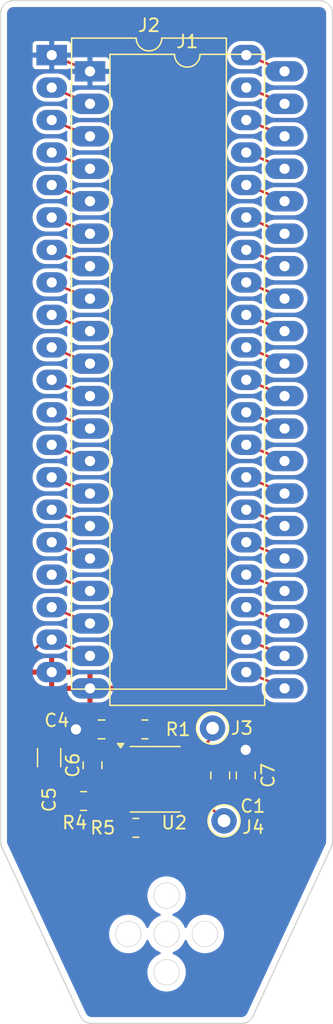
<source format=kicad_pcb>
(kicad_pcb (version 20221018) (generator pcbnew)

  (general
    (thickness 1.6)
  )

  (paper "A4")
  (title_block
    (title "PET sound adapter")
    (date "2024-04-10")
    (rev "2")
    (company "CCC Basel")
  )

  (layers
    (0 "F.Cu" signal)
    (31 "B.Cu" signal)
    (32 "B.Adhes" user "B.Adhesive")
    (33 "F.Adhes" user "F.Adhesive")
    (34 "B.Paste" user)
    (35 "F.Paste" user)
    (36 "B.SilkS" user "B.Silkscreen")
    (37 "F.SilkS" user "F.Silkscreen")
    (38 "B.Mask" user)
    (39 "F.Mask" user)
    (40 "Dwgs.User" user "User.Drawings")
    (41 "Cmts.User" user "User.Comments")
    (42 "Eco1.User" user "User.Eco1")
    (43 "Eco2.User" user "User.Eco2")
    (44 "Edge.Cuts" user)
    (45 "Margin" user)
    (46 "B.CrtYd" user "B.Courtyard")
    (47 "F.CrtYd" user "F.Courtyard")
    (48 "B.Fab" user)
    (49 "F.Fab" user)
    (50 "User.1" user)
    (51 "User.2" user)
    (52 "User.3" user)
    (53 "User.4" user)
    (54 "User.5" user)
    (55 "User.6" user)
    (56 "User.7" user)
    (57 "User.8" user)
    (58 "User.9" user)
  )

  (setup
    (pad_to_mask_clearance 0)
    (pcbplotparams
      (layerselection 0x00010fc_ffffffff)
      (plot_on_all_layers_selection 0x0000000_00000000)
      (disableapertmacros false)
      (usegerberextensions false)
      (usegerberattributes true)
      (usegerberadvancedattributes true)
      (creategerberjobfile true)
      (dashed_line_dash_ratio 12.000000)
      (dashed_line_gap_ratio 3.000000)
      (svgprecision 4)
      (plotframeref false)
      (viasonmask false)
      (mode 1)
      (useauxorigin false)
      (hpglpennumber 1)
      (hpglpenspeed 20)
      (hpglpendiameter 15.000000)
      (dxfpolygonmode true)
      (dxfimperialunits true)
      (dxfusepcbnewfont true)
      (psnegative false)
      (psa4output false)
      (plotreference true)
      (plotvalue true)
      (plotinvisibletext false)
      (sketchpadsonfab false)
      (subtractmaskfromsilk true)
      (outputformat 1)
      (mirror false)
      (drillshape 0)
      (scaleselection 1)
      (outputdirectory "plot")
    )
  )

  (net 0 "")
  (net 1 "+5V")
  (net 2 "GND")
  (net 3 "Net-(C5-Pad2)")
  (net 4 "Net-(U2-+)")
  (net 5 "/~{RESET}")
  (net 6 "Net-(U2--)")
  (net 7 "Net-(J3-Pin_1)")
  (net 8 "/P2")
  (net 9 "/P3")
  (net 10 "/P4")
  (net 11 "/P5")
  (net 12 "/P6")
  (net 13 "/P7")
  (net 14 "/P8")
  (net 15 "/P9")
  (net 16 "/P10")
  (net 17 "/P11")
  (net 18 "/P12")
  (net 19 "/P13")
  (net 20 "/P14")
  (net 21 "/P15")
  (net 22 "/P16")
  (net 23 "/P17")
  (net 24 "/P18")
  (net 25 "/CB2")
  (net 26 "/P21")
  (net 27 "/P22")
  (net 28 "/P23")
  (net 29 "/P24")
  (net 30 "/P25")
  (net 31 "/P26")
  (net 32 "/P27")
  (net 33 "/P28")
  (net 34 "/P29")
  (net 35 "/P30")
  (net 36 "/P31")
  (net 37 "/P32")
  (net 38 "/P33")
  (net 39 "/P34")
  (net 40 "/P35")
  (net 41 "/P36")
  (net 42 "/P37")
  (net 43 "/P38")
  (net 44 "/P39")
  (net 45 "/P40")
  (net 46 "Net-(J4-Pin_1)")

  (footprint "Package_DIP:DIP-40_W15.24mm_LongPads" (layer "F.Cu") (at 170 48.26))

  (footprint "Resistor_SMD:R_0805_2012Metric" (layer "F.Cu") (at 172.5 106.6))

  (footprint "Resistor_SMD:R_0805_2012Metric" (layer "F.Cu") (at 176.6 108.7))

  (footprint "Connector_Pin:Pin_D1.0mm_L10.0mm" (layer "F.Cu") (at 183.5 108.15))

  (footprint "Capacitor_SMD:C_0805_2012Metric" (layer "F.Cu") (at 185.2 104.6 90))

  (footprint "Package_SO:SOIC-8_3.9x4.9mm_P1.27mm" (layer "F.Cu") (at 178.1 104.9))

  (footprint "Capacitor_SMD:C_1206_3216Metric" (layer "F.Cu") (at 169.8 103.2 -90))

  (footprint "Resistor_SMD:R_0805_2012Metric" (layer "F.Cu") (at 177.3 101 180))

  (footprint "Connector_Pin:Pin_D1.0mm_L10.0mm" (layer "F.Cu") (at 182.6 100.9))

  (footprint "Capacitor_SMD:C_0805_2012Metric" (layer "F.Cu") (at 173.9 101))

  (footprint "Package_DIP:DIP-40_W15.24mm_LongPads" (layer "F.Cu") (at 173 49.53))

  (footprint "Capacitor_SMD:C_0805_2012Metric" (layer "F.Cu") (at 173.2 103.8 -90))

  (footprint "Capacitor_SMD:C_0805_2012Metric" (layer "F.Cu") (at 183.2 104.6 90))

  (gr_circle (center 179 117) (end 184 117)
    (stroke (width 0.1) (type default)) (fill none) (layer "Dwgs.User") (tstamp 2cb8a570-6bdf-4e15-a6a8-32790b012364))
  (gr_circle (center 179 117) (end 185.5 117)
    (stroke (width 0.1) (type default)) (fill none) (layer "Dwgs.User") (tstamp 3c218f49-1c63-4628-bd01-d9b4735d5564))
  (gr_arc (start 185.76877 123.421111) (mid 185.399758 123.84293) (end 184.861761 124)
    (stroke (width 0.1) (type default)) (layer "Edge.Cuts") (tstamp 03bced3a-4b70-4d32-a7b6-881a580f9891))
  (gr_line (start 184.861761 124) (end 173.138239 124)
    (stroke (width 0.1) (type default)) (layer "Edge.Cuts") (tstamp 210b70d9-10dc-400d-bb33-501d7fcaa62c))
  (gr_circle (center 179 117) (end 180 117)
    (stroke (width 0.05) (type default)) (fill none) (layer "Edge.Cuts") (tstamp 26dad797-6a85-48d2-911b-cf857b3966ff))
  (gr_arc (start 173.138239 124) (mid 172.600239 123.842945) (end 172.23123 123.421111)
    (stroke (width 0.1) (type default)) (layer "Edge.Cuts") (tstamp 29cd2930-432a-4e39-ba85-f5dfbcbec88a))
  (gr_circle (center 179 114) (end 180 114)
    (stroke (width 0.05) (type default)) (fill none) (layer "Edge.Cuts") (tstamp 7b4e3959-f8ef-4b8d-b600-e1db6f1f855a))
  (gr_circle (center 179 120) (end 180 120)
    (stroke (width 0.05) (type default)) (fill none) (layer "Edge.Cuts") (tstamp 7eda79e3-83fd-4e5c-bcdb-9d791c4fdf19))
  (gr_arc (start 166.092991 110.200288) (mid 166.023529 109.994805) (end 166 109.779177)
    (stroke (width 0.1) (type default)) (layer "Edge.Cuts") (tstamp 8eeb29f3-02a1-436e-b4d6-713e5c40eb39))
  (gr_line (start 192 45) (end 192 109.779177)
    (stroke (width 0.1) (type default)) (layer "Edge.Cuts") (tstamp 95d6bc16-3ed1-44cd-bbed-39c479e38e2b))
  (gr_arc (start 191 44) (mid 191.707107 44.292893) (end 192 45)
    (stroke (width 0.1) (type default)) (layer "Edge.Cuts") (tstamp 980fdde6-e686-4b10-a85a-ecd81d9fd806))
  (gr_line (start 172.23123 123.421111) (end 166.092991 110.200288)
    (stroke (width 0.1) (type default)) (layer "Edge.Cuts") (tstamp baf2f024-c3e9-46a2-af1b-6bd8cdddfea9))
  (gr_line (start 166 109.779177) (end 166 45)
    (stroke (width 0.1) (type default)) (layer "Edge.Cuts") (tstamp c03f3acd-7f90-42d2-90f7-b2f78dd62213))
  (gr_circle (center 182 117) (end 183 117)
    (stroke (width 0.05) (type default)) (fill none) (layer "Edge.Cuts") (tstamp c4ad0908-3738-4c14-823e-1d692bd8c13a))
  (gr_arc (start 192 109.779177) (mid 191.976476 109.994805) (end 191.907009 110.200288)
    (stroke (width 0.1) (type default)) (layer "Edge.Cuts") (tstamp d4d5a21c-c4fd-4953-8c56-b462c7936538))
  (gr_line (start 191.907009 110.200288) (end 185.76877 123.421111)
    (stroke (width 0.1) (type default)) (layer "Edge.Cuts") (tstamp e16bc323-46f1-49f0-a4f8-0551deeab13d))
  (gr_line (start 167 44) (end 191 44)
    (stroke (width 0.1) (type default)) (layer "Edge.Cuts") (tstamp e6ba1d31-16e8-472d-862f-fe7f06fc9d84))
  (gr_circle (center 176 117) (end 177 117)
    (stroke (width 0.05) (type default)) (fill none) (layer "Edge.Cuts") (tstamp e8dbb55a-0341-4943-a537-ae4db24d7eab))
  (gr_arc (start 166 45) (mid 166.292893 44.292893) (end 167 44)
    (stroke (width 0.1) (type default)) (layer "Edge.Cuts") (tstamp f69d738e-8624-4d50-9516-eea113062c39))

  (segment (start 182.335 104.265) (end 180.575 104.265) (width 0.2) (layer "F.Cu") (net 2) (tstamp 1e6f30c5-0abd-440a-8c74-cc766cee7044))
  (segment (start 183.2 103.65) (end 185.2 103.65) (width 0.2) (layer "F.Cu") (net 2) (tstamp 3533b2f7-5fcf-4803-a052-f3225ac84728))
  (segment (start 173.2 102.85) (end 173.2 102) (width 0.2) (layer "F.Cu") (net 2) (tstamp 40f188fa-6f8f-4b39-ad19-2247db0b89e7))
  (segment (start 185.2 103.65) (end 185.2 102.6) (width 0.2) (layer "F.Cu") (net 2) (tstamp 7cd90eac-7c6e-4731-bdae-9deaf1caafe4))
  (segment (start 172.95 101) (end 171.9 101) (width 0.2) (layer "F.Cu") (net 2) (tstamp 87aeadcf-ac43-478f-aed4-a86690efc9fb))
  (segment (start 183.2 103.65) (end 182.95 103.65) (width 0.2) (layer "F.Cu") (net 2) (tstamp 9a9906e2-499b-4c33-aaae-2b4d24d6b274))
  (segment (start 182.95 103.65) (end 182.335 104.265) (width 0.2) (layer "F.Cu") (net 2) (tstamp af7141d2-65d7-4c33-a753-4aa8e31c0345))
  (segment (start 173.2 101.25) (end 172.95 101) (width 0.2) (layer "F.Cu") (net 2) (tstamp cc4bdb66-3c2b-4122-92b3-bbf51fb12cd2))
  (segment (start 170 48.26) (end 173 49.53) (width 0.2) (layer "F.Cu") (net 2) (tstamp d22513c1-f8d5-4d31-b5f6-305f72674e12))
  (segment (start 173.2 102) (end 173.2 101.25) (width 0.2) (layer "F.Cu") (net 2) (tstamp ec0a2d11-fa68-4139-832d-4a8fdcd0f3dc))
  (via (at 185.2 102.6) (size 1.2) (drill 0.8) (layers "F.Cu" "B.Cu") (net 2) (tstamp 4c507c23-2331-444b-a564-89769aad8d5b))
  (via (at 171.9 101) (size 1.2) (drill 0.8) (layers "F.Cu" "B.Cu") (net 2) (tstamp 7c130086-c8cc-4644-84fb-10053e1f25c1))
  (segment (start 171.5875 106.4875) (end 169.8 104.7) (width 0.2) (layer "F.Cu") (net 3) (tstamp 4459ff54-6517-4478-98fa-3406619de8da))
  (segment (start 171.5875 106.6) (end 171.5875 106.4875) (width 0.2) (layer "F.Cu") (net 3) (tstamp 7dffec7f-517b-4fb6-848d-af342af707d8))
  (segment (start 169.8 104.7) (end 169.8 104.675) (width 0.2) (layer "F.Cu") (net 3) (tstamp fa8c5b23-c306-44e1-b653-2b7c9cfe535a))
  (segment (start 175.625 105.535) (end 175.625 104.265) (width 0.2) (layer "F.Cu") (net 4) (tstamp 53419dbd-3b28-4c94-867a-fb31062a5e3c))
  (segment (start 173.55 104.4) (end 175.49 104.4) (width 0.2) (layer "F.Cu") (net 4) (tstamp 964aec08-0053-412b-8765-a49b6e234407))
  (segment (start 175.49 104.4) (end 175.625 104.265) (width 0.2) (layer "F.Cu") (net 4) (tstamp a2bb18cb-5941-4892-9c6e-25baf03246d3))
  (segment (start 173.2 104.75) (end 173.55 104.4) (width 0.2) (layer "F.Cu") (net 4) (tstamp d84eae76-98f7-418d-a0fd-4514c03c1ab5))
  (segment (start 175.625 102.995) (end 174.995 102.995) (width 0.2) (layer "F.Cu") (net 5) (tstamp 5081add6-6da1-4924-a73a-14dd90627542))
  (segment (start 174.85 102.85) (end 174.85 101) (width 0.2) (layer "F.Cu") (net 5) (tstamp 61d03409-882f-4cfe-bab0-dc40d2979b5b))
  (segment (start 174.85 101) (end 176.3875 101) (width 0.2) (layer "F.Cu") (net 5) (tstamp 8d163d35-2702-436e-9878-aca716381d7a))
  (segment (start 174.995 102.995) (end 174.85 102.85) (width 0.2) (layer "F.Cu") (net 5) (tstamp c1cac53d-76d4-4aa3-a8a6-6c5bc3d4d614))
  (segment (start 175.625 106.805) (end 173.6175 106.805) (width 0.2) (layer "F.Cu") (net 6) (tstamp 6fe4ce2e-b7e8-40d9-bf1c-d182301c75b2))
  (segment (start 173.6175 106.805) (end 173.4125 106.6) (width 0.2) (layer "F.Cu") (net 6) (tstamp 857ac316-7ac8-4622-88a9-a53c5d1e070b))
  (segment (start 175.625 106.805) (end 175.625 108.6375) (width 0.2) (layer "F.Cu") (net 6) (tstamp ad1bfcd2-0a5d-497c-b54a-fa650328b9be))
  (segment (start 175.625 108.6375) (end 175.6875 108.7) (width 0.2) (layer "F.Cu") (net 6) (tstamp b95ab544-34f5-4f47-b678-5c8372803f53))
  (segment (start 180.575 102.995) (end 181.205 102.995) (width 0.2) (layer "F.Cu") (net 7) (tstamp 4a780a5d-3f1c-4cc1-aa56-301e40677ad2))
  (segment (start 181.205 102.995) (end 182.6 101.6) (width 0.2) (layer "F.Cu") (net 7) (tstamp 671100cd-f80c-48cb-bf09-e5c5ccaea581))
  (segment (start 182.6 101.6) (end 182.6 100.9) (width 0.2) (layer "F.Cu") (net 7) (tstamp e23fa335-66b0-4027-9207-af23abcab3b5))
  (segment (start 170 50.8) (end 173 52.07) (width 0.2) (layer "F.Cu") (net 8) (tstamp 8751eb45-7a83-4fe7-b5de-760e488b5b91))
  (segment (start 170 53.34) (end 173 54.61) (width 0.2) (layer "F.Cu") (net 9) (tstamp fb5b673e-1eea-49f9-8047-5e9812ffddf4))
  (segment (start 170 55.88) (end 173 57.15) (width 0.2) (layer "F.Cu") (net 10) (tstamp 231280e4-5daa-4cc8-8628-adc2631efde1))
  (segment (start 170 58.42) (end 173 59.69) (width 0.2) (layer "F.Cu") (net 11) (tstamp 4c747642-d6d2-442d-bf0a-ea01eeff6225))
  (segment (start 170 60.96) (end 173 62.23) (width 0.2) (layer "F.Cu") (net 12) (tstamp dbdaf9fd-8081-4844-99a4-1a4bd7befaf9))
  (segment (start 170 63.5) (end 173 64.77) (width 0.2) (layer "F.Cu") (net 13) (tstamp 2da7f201-68cb-48c9-a15b-b3b9a4baf43e))
  (segment (start 170 66.04) (end 173 67.31) (width 0.2) (layer "F.Cu") (net 14) (tstamp 51ef0d21-b78a-4462-b415-fd42ebf34514))
  (segment (start 170 68.58) (end 173 69.85) (width 0.2) (layer "F.Cu") (net 15) (tstamp 981e178b-6f2f-4c89-a6fa-83d209b406b1))
  (segment (start 170 71.12) (end 173 72.39) (width 0.2) (layer "F.Cu") (net 16) (tstamp a44075b6-6dfb-4159-b34a-467145232eef))
  (segment (start 170 73.66) (end 173 74.93) (width 0.2) (layer "F.Cu") (net 17) (tstamp d9d328da-e943-4266-8b93-6066c296f49d))
  (segment (start 170 76.2) (end 173 77.47) (width 0.2) (layer "F.Cu") (net 18) (tstamp f0893e25-5fbc-4f4d-ab04-3658e9b460c8))
  (segment (start 170 78.74) (end 173 80.01) (width 0.2) (layer "F.Cu") (net 19) (tstamp 5ff35c06-2427-48ec-8e7a-3a1fb31f2934))
  (segment (start 170 81.28) (end 173 82.55) (width 0.2) (layer "F.Cu") (net 20) (tstamp 5b7e4d9e-609d-4f84-9daa-478f67a9ae01))
  (segment (start 170 83.82) (end 173 85.09) (width 0.2) (layer "F.Cu") (net 21) (tstamp 946aecd3-d4d4-41bc-b24b-a80093e29fa1))
  (segment (start 170 86.36) (end 173 87.63) (width 0.2) (layer "F.Cu") (net 22) (tstamp d2f423d8-7b60-4698-8fff-7a321e4ae62e))
  (segment (start 170 88.9) (end 173 90.17) (width 0.2) (layer "F.Cu") (net 23) (tstamp 0c97040f-a9a0-43ca-9987-a56bff506c10))
  (segment (start 170 91.44) (end 173 92.71) (width 0.2) (layer "F.Cu") (net 24) (tstamp 216725b9-69a5-40f8-94bc-f93fbbf3a136))
  (segment (start 169.42 93.98) (end 167.7 95.7) (width 0.2) (layer "F.Cu") (net 25) (tstamp 1d37b29d-ce10-4068-9211-3b75ae2fced5))
  (segment (start 170 93.98) (end 173 95.25) (width 0.2) (layer "F.Cu") (net 25) (tstamp 77291d18-2578-4787-ade2-a9caa0c986e7))
  (segment (start 167.7 95.7) (end 167.7 99.625) (width 0.2) (layer "F.Cu") (net 25) (tstamp 88f5b4e9-8067-49e8-bb89-813e3da50346))
  (segment (start 170 93.98) (end 169.42 93.98) (width 0.2) (layer "F.Cu") (net 25) (tstamp ac354248-f1dc-4927-96f6-7354e5c52383))
  (segment (start 167.7 99.625) (end 169.8 101.725) (width 0.2) (layer "F.Cu") (net 25) (tstamp f2f2893c-22da-4aa0-921e-fd967a03c755))
  (segment (start 185.3 96.52) (end 188.3 97.79) (width 0.2) (layer "F.Cu") (net 26) (tstamp b301a41f-1941-429b-a9b6-a6ab4b7304cd))
  (segment (start 185.3 93.98) (end 188.3 95.25) (width 0.2) (layer "F.Cu") (net 27) (tstamp e0c61084-cc17-4f81-8852-2697ef3193a9))
  (segment (start 185.3 91.44) (end 188.3 92.71) (width 0.2) (layer "F.Cu") (net 28) (tstamp 7fd692c6-0a46-4925-a12f-27669f2158c8))
  (segment (start 185.3 88.9) (end 188.3 90.17) (width 0.2) (layer "F.Cu") (net 29) (tstamp a1dcef9b-ec61-455a-aba6-ab0477383f2d))
  (segment (start 185.3 86.36) (end 188.3 87.63) (width 0.2) (layer "F.Cu") (net 30) (tstamp 4c9e1cf4-5508-497f-a1dc-2943eea506a2))
  (segment (start 185.3 83.82) (end 188.3 85.09) (width 0.2) (layer "F.Cu") (net 31) (tstamp 71d0f460-1c0d-4499-a3a1-deea8d710d47))
  (segment (start 185.3 81.28) (end 188.3 82.55) (width 0.2) (layer "F.Cu") (net 32) (tstamp 303baa39-5157-41c8-92dc-3535862e94da))
  (segment (start 185.3 78.74) (end 188.3 80.01) (width 0.2) (layer "F.Cu") (net 33) (tstamp 412c25c8-1ce9-4e5d-ba89-7b88902cca3f))
  (segment (start 185.3 76.2) (end 188.3 77.47) (width 0.2) (layer "F.Cu") (net 34) (tstamp 75d042ab-6436-4497-bc08-1580099ec745))
  (segment (start 185.3 73.66) (end 188.3 74.93) (width 0.2) (layer "F.Cu") (net 35) (tstamp f2dca67b-7b74-405b-a1e6-97a42725429c))
  (segment (start 185.3 71.12) (end 188.3 72.39) (width 0.2) (layer "F.Cu") (net 36) (tstamp 370e3bd5-8fa1-4d5e-8448-e986b8a02fab))
  (segment (start 185.3 68.58) (end 188.3 69.85) (width 0.2) (layer "F.Cu") (net 37) (tstamp 7db3452c-ef78-4e0f-82a9-691ed45a9575))
  (segment (start 185.3 66.04) (end 188.3 67.31) (width 0.2) (layer "F.Cu") (net 38) (tstamp 06218018-3ce4-4488-accd-b58dc5eb8cac))
  (segment (start 185.3 63.5) (end 188.3 64.77) (width 0.2) (layer "F.Cu") (net 39) (tstamp 47dc1df6-ea9b-4d94-92af-b82dc48de1f8))
  (segment (start 185.3 60.96) (end 188.3 62.23) (width 0.2) (layer "F.Cu") (net 40) (tstamp c9ea7eb0-fb80-42fd-9c07-c9fed76cf0fd))
  (segment (start 185.3 58.42) (end 188.3 59.69) (width 0.2) (layer "F.Cu") (net 41) (tstamp 173d022d-633e-4f67-a5a4-b41c3b0f54a5))
  (segment (start 185.3 55.88) (end 188.3 57.15) (width 0.2) (layer "F.Cu") (net 42) (tstamp 396ededb-5291-4ff6-902a-13c0e8793d29))
  (segment (start 185.3 53.34) (end 188.3 54.61) (width 0.2) (layer "F.Cu") (net 43) (tstamp a58abbaa-442d-42c0-845d-bd21c7e4d641))
  (segment (start 185.3 50.8) (end 188.3 52.07) (width 0.2) (layer "F.Cu") (net 44) (tstamp 9da0125e-2634-4d6d-a16c-3f21590d2d9e))
  (segment (start 185.3 48.26) (end 188.3 49.53) (width 0.2) (layer "F.Cu") (net 45) (tstamp 72332c6e-4593-4526-bdb3-2f8edac60717))
  (segment (start 179.4075 106.805) (end 177.5125 108.7) (width 0.2) (layer "F.Cu") (net 46) (tstamp 32bf8ac1-2c44-4a20-84f7-b173712680ec))
  (segment (start 182.155 106.805) (end 183.5 108.15) (width 0.2) (layer "F.Cu") (net 46) (tstamp 7fdb6ad0-2c5a-4f94-9ac4-2e110c9c6f95))
  (segment (start 180.575 106.805) (end 182.155 106.805) (width 0.2) (layer "F.Cu") (net 46) (tstamp 8089779b-64c5-4a0c-b2a2-3690ccce2b30))
  (segment (start 180.575 106.805) (end 179.4075 106.805) (width 0.2) (layer "F.Cu") (net 46) (tstamp faa8203a-de6e-45db-8d2e-64a1386e2225))

  (zone (net 1) (net_name "+5V") (layer "F.Cu") (tstamp f77fdd38-e256-447b-92e8-f59d3b35b4b6) (hatch edge 0.5)
    (connect_pads (clearance 0.3))
    (min_thickness 0.2) (filled_areas_thickness no)
    (fill yes (thermal_gap 0.3) (thermal_bridge_width 0.4))
    (polygon
      (pts
        (xy 192 44)
        (xy 192 110)
        (xy 166 110)
        (xy 166 44)
      )
    )
    (filled_polygon
      (layer "F.Cu")
      (pts
        (xy 191.005512 44.501121)
        (xy 191.100073 44.511775)
        (xy 191.121669 44.516705)
        (xy 191.206202 44.546283)
        (xy 191.226168 44.555899)
        (xy 191.264079 44.57972)
        (xy 191.301987 44.60354)
        (xy 191.319319 44.617361)
        (xy 191.382638 44.68068)
        (xy 191.396459 44.698012)
        (xy 191.444098 44.773828)
        (xy 191.453718 44.793803)
        (xy 191.483293 44.878326)
        (xy 191.488225 44.899938)
        (xy 191.498877 44.99447)
        (xy 191.4995 45.005555)
        (xy 191.4995 109.70721)
        (xy 191.499498 109.707244)
        (xy 191.499499 109.775596)
        (xy 191.49924 109.78276)
        (xy 191.494787 109.844147)
        (xy 191.492717 109.85833)
        (xy 191.480227 109.914895)
        (xy 191.476134 109.928625)
        (xy 191.473311 109.936076)
        (xy 191.435013 109.983793)
        (xy 191.380733 110)
        (xy 166.619275 110)
        (xy 166.561084 109.981093)
        (xy 166.526701 109.936085)
        (xy 166.523866 109.928604)
        (xy 166.519776 109.914889)
        (xy 166.507273 109.858281)
        (xy 166.505206 109.844116)
        (xy 166.50076 109.782894)
        (xy 166.5005 109.775724)
        (xy 166.5005 105.043106)
        (xy 168.5995 105.043106)
        (xy 168.610123 105.131565)
        (xy 168.665637 105.272339)
        (xy 168.665638 105.272341)
        (xy 168.665639 105.272342)
        (xy 168.757078 105.392922)
        (xy 168.877658 105.484361)
        (xy 168.877659 105.484361)
        (xy 168.87766 105.484362)
        (xy 168.94775 105.512002)
        (xy 169.018436 105.539877)
        (xy 169.106898 105.5505)
        (xy 170.043099 105.5505)
        (xy 170.10129 105.569407)
        (xy 170.113103 105.579496)
        (xy 170.745504 106.211897)
        (xy 170.773281 106.266414)
        (xy 170.7745 106.281901)
        (xy 170.7745 107.093106)
        (xy 170.785123 107.181565)
        (xy 170.840637 107.322339)
        (xy 170.840638 107.322341)
        (xy 170.840639 107.322342)
        (xy 170.932078 107.442922)
        (xy 171.052658 107.534361)
        (xy 171.052659 107.534361)
        (xy 171.05266 107.534362)
        (xy 171.111742 107.557661)
        (xy 171.193436 107.589877)
        (xy 171.281898 107.6005)
        (xy 171.2819 107.6005)
        (xy 171.8931 107.6005)
        (xy 171.893102 107.6005)
        (xy 171.981564 107.589877)
        (xy 172.122342 107.534361)
        (xy 172.242922 107.442922)
        (xy 172.334361 107.322342)
        (xy 172.389877 107.181564)
        (xy 172.4005 107.093102)
        (xy 172.4005 106.106898)
        (xy 172.389877 106.018436)
        (xy 172.342337 105.897883)
        (xy 172.334362 105.87766)
        (xy 172.334361 105.877659)
        (xy 172.334361 105.877658)
        (xy 172.242922 105.757078)
        (xy 172.122342 105.665639)
        (xy 172.122341 105.665638)
        (xy 172.122339 105.665637)
        (xy 171.981565 105.610123)
        (xy 171.893106 105.5995)
        (xy 171.893102 105.5995)
        (xy 171.306901 105.5995)
        (xy 171.24871 105.580593)
        (xy 171.236897 105.570504)
        (xy 170.981513 105.31512)
        (xy 170.953736 105.260603)
        (xy 170.95942 105.208797)
        (xy 170.959895 105.207593)
        (xy 170.989877 105.131564)
        (xy 171.0005 105.043102)
        (xy 171.0005 104.306898)
        (xy 170.989877 104.218436)
        (xy 170.934361 104.077658)
        (xy 170.842922 103.957078)
        (xy 170.722342 103.865639)
        (xy 170.722341 103.865638)
        (xy 170.722339 103.865637)
        (xy 170.581565 103.810123)
        (xy 170.493106 103.7995)
        (xy 170.493102 103.7995)
        (xy 169.106898 103.7995)
        (xy 169.106893 103.7995)
        (xy 169.018434 103.810123)
        (xy 168.87766 103.865637)
        (xy 168.877656 103.86564)
        (xy 168.757081 103.957075)
        (xy 168.757075 103.957081)
        (xy 168.66564 104.077656)
        (xy 168.665637 104.07766)
        (xy 168.610123 104.218434)
        (xy 168.5995 104.306893)
        (xy 168.5995 105.043106)
        (xy 166.5005 105.043106)
        (xy 166.5005 99.688437)
        (xy 167.2995 99.688437)
        (xy 167.306953 99.711374)
        (xy 167.310579 99.726474)
        (xy 167.314354 99.750306)
        (xy 167.325301 99.771788)
        (xy 167.331247 99.786142)
        (xy 167.338703 99.809088)
        (xy 167.338702 99.809088)
        (xy 167.352884 99.828608)
        (xy 167.360997 99.841847)
        (xy 167.37195 99.863342)
        (xy 167.371951 99.863343)
        (xy 167.39203 99.883423)
        (xy 167.392031 99.883423)
        (xy 167.394513 99.885905)
        (xy 167.394516 99.885909)
        (xy 168.0155 100.506893)
        (xy 168.611415 101.102808)
        (xy 168.639192 101.157325)
        (xy 168.633509 101.209129)
        (xy 168.610123 101.268434)
        (xy 168.5995 101.356893)
        (xy 168.5995 102.093106)
        (xy 168.610123 102.181565)
        (xy 168.665637 102.322339)
        (xy 168.665638 102.322341)
        (xy 168.665639 102.322342)
        (xy 168.757078 102.442922)
        (xy 168.877658 102.534361)
        (xy 168.877659 102.534361)
        (xy 168.87766 102.534362)
        (xy 168.93481 102.556899)
        (xy 169.018436 102.589877)
        (xy 169.106898 102.6005)
        (xy 169.1069 102.6005)
        (xy 170.4931 102.6005)
        (xy 170.493102 102.6005)
        (xy 170.581564 102.589877)
        (xy 170.722342 102.534361)
        (xy 170.842922 102.442922)
        (xy 170.934361 102.322342)
        (xy 170.989877 102.181564)
        (xy 171.0005 102.093102)
        (xy 171.0005 101.604683)
        (xy 171.019407 101.546492)
        (xy 171.068907 101.510528)
        (xy 171.130093 101.510528)
        (xy 171.173067 101.538436)
        (xy 171.294129 101.672888)
        (xy 171.44727 101.784151)
        (xy 171.620197 101.861144)
        (xy 171.805354 101.9005)
        (xy 171.805357 101.9005)
        (xy 171.994643 101.9005)
        (xy 171.994646 101.9005)
        (xy 172.179803 101.861144)
        (xy 172.201018 101.851697)
        (xy 172.261868 101.845301)
        (xy 172.300023 101.866016)
        (xy 172.301682 101.86383)
        (xy 172.307077 101.867921)
        (xy 172.307078 101.867922)
        (xy 172.427658 101.959361)
        (xy 172.427663 101.959363)
        (xy 172.428783 101.959993)
        (xy 172.429458 101.960726)
        (xy 172.433053 101.963452)
        (xy 172.432563 101.964096)
        (xy 172.47024 102.004992)
        (xy 172.47733 102.065765)
        (xy 172.447345 102.119099)
        (xy 172.440085 102.125172)
        (xy 172.332083 102.207073)
        (xy 172.332075 102.207081)
        (xy 172.24064 102.327656)
        (xy 172.240637 102.32766)
        (xy 172.185123 102.468434)
        (xy 172.1745 102.556893)
        (xy 172.1745 103.143106)
        (xy 172.185123 103.231565)
        (xy 172.240637 103.372339)
        (xy 172.240638 103.372341)
        (xy 172.240639 103.372342)
        (xy 172.332078 103.492922)
        (xy 172.452658 103.584361)
        (xy 172.452659 103.584361)
        (xy 172.45266 103.584362)
        (xy 172.473667 103.592646)
        (xy 172.593436 103.639877)
        (xy 172.681898 103.6505)
        (xy 172.6819 103.6505)
        (xy 173.7181 103.6505)
        (xy 173.718102 103.6505)
        (xy 173.806564 103.639877)
        (xy 173.947342 103.584361)
        (xy 174.067922 103.492922)
        (xy 174.159361 103.372342)
        (xy 174.190428 103.293561)
        (xy 174.229363 103.246367)
        (xy 174.288605 103.23107)
        (xy 174.345525 103.253516)
        (xy 174.375968 103.297185)
        (xy 174.397207 103.357883)
        (xy 174.477845 103.467144)
        (xy 174.477847 103.467146)
        (xy 174.47785 103.46715)
        (xy 174.477853 103.467152)
        (xy 174.477855 103.467154)
        (xy 174.590574 103.550345)
        (xy 174.626167 103.600113)
        (xy 174.625709 103.661296)
        (xy 174.590574 103.709655)
        (xy 174.477855 103.792845)
        (xy 174.477845 103.792855)
        (xy 174.397207 103.902115)
        (xy 174.386331 103.933199)
        (xy 174.349265 103.981879)
        (xy 174.292887 103.9995)
        (xy 173.925234 103.9995)
        (xy 173.888916 103.992598)
        (xy 173.806564 103.960123)
        (xy 173.718106 103.9495)
        (xy 173.718102 103.9495)
        (xy 172.681898 103.9495)
        (xy 172.681893 103.9495)
        (xy 172.593434 103.960123)
        (xy 172.45266 104.015637)
        (xy 172.452656 104.01564)
        (xy 172.332081 104.107075)
        (xy 172.332075 104.107081)
        (xy 172.24064 104.227656)
        (xy 172.240637 104.22766)
        (xy 172.185123 104.368434)
        (xy 172.1745 104.456893)
        (xy 172.1745 105.043106)
        (xy 172.185123 105.131565)
        (xy 172.240637 105.272339)
        (xy 172.240638 105.272341)
        (xy 172.240639 105.272342)
        (xy 172.332078 105.392922)
        (xy 172.452658 105.484361)
        (xy 172.452659 105.484361)
        (xy 172.45266 105.484362)
        (xy 172.52275 105.512002)
        (xy 172.593436 105.539877)
        (xy 172.681898 105.5505)
        (xy 172.6819 105.5505)
        (xy 172.735098 105.5505)
        (xy 172.793289 105.569407)
        (xy 172.829253 105.618907)
        (xy 172.829253 105.680093)
        (xy 172.794917 105.728384)
        (xy 172.757081 105.757075)
        (xy 172.757075 105.757081)
        (xy 172.66564 105.877656)
        (xy 172.665637 105.87766)
        (xy 172.610123 106.018434)
        (xy 172.5995 106.106893)
        (xy 172.5995 107.093106)
        (xy 172.610123 107.181565)
        (xy 172.665637 107.322339)
        (xy 172.665638 107.322341)
        (xy 172.665639 107.322342)
        (xy 172.757078 107.442922)
        (xy 172.877658 107.534361)
        (xy 172.877659 107.534361)
        (xy 172.87766 107.534362)
        (xy 172.936742 107.557661)
        (xy 173.018436 107.589877)
        (xy 173.106898 107.6005)
        (xy 173.1069 107.6005)
        (xy 173.7181 107.6005)
        (xy 173.718102 107.6005)
        (xy 173.806564 107.589877)
        (xy 173.947342 107.534361)
        (xy 174.067922 107.442922)
        (xy 174.159361 107.322342)
        (xy 174.18072 107.268181)
        (xy 174.219657 107.220984)
        (xy 174.272817 107.2055)
        (xy 174.374992 107.2055)
        (xy 174.433183 107.224407)
        (xy 174.454648 107.245712)
        (xy 174.47785 107.27715)
        (xy 174.587116 107.357792)
        (xy 174.587117 107.357792)
        (xy 174.587118 107.357793)
        (xy 174.715301 107.402646)
        (xy 174.745725 107.405499)
        (xy 174.745727 107.4055)
        (xy 174.745734 107.4055)
        (xy 175.1255 107.4055)
        (xy 175.183691 107.424407)
        (xy 175.219655 107.473907)
        (xy 175.2245 107.5045)
        (xy 175.2245 107.669929)
        (xy 175.205593 107.72812)
        (xy 175.16182 107.762026)
        (xy 175.152659 107.765638)
        (xy 175.152656 107.76564)
        (xy 175.032081 107.857075)
        (xy 175.032075 107.857081)
        (xy 174.94064 107.977656)
        (xy 174.940637 107.97766)
        (xy 174.885123 108.118434)
        (xy 174.8745 108.206893)
        (xy 174.8745 109.193106)
        (xy 174.885123 109.281565)
        (xy 174.940637 109.422339)
        (xy 174.940638 109.422341)
        (xy 174.940639 109.422342)
        (xy 175.032078 109.542922)
        (xy 175.152658 109.634361)
        (xy 175.152659 109.634361)
        (xy 175.15266 109.634362)
        (xy 175.223047 109.662119)
        (xy 175.293436 109.689877)
        (xy 175.381898 109.7005)
        (xy 175.3819 109.7005)
        (xy 175.9931 109.7005)
        (xy 175.993102 109.7005)
        (xy 176.081564 109.689877)
        (xy 176.222342 109.634361)
        (xy 176.342922 109.542922)
        (xy 176.434361 109.422342)
        (xy 176.489877 109.281564)
        (xy 176.5005 109.193106)
        (xy 176.6995 109.193106)
        (xy 176.710123 109.281565)
        (xy 176.765637 109.422339)
        (xy 176.765638 109.422341)
        (xy 176.765639 109.422342)
        (xy 176.857078 109.542922)
        (xy 176.977658 109.634361)
        (xy 176.977659 109.634361)
        (xy 176.97766 109.634362)
        (xy 177.048047 109.662119)
        (xy 177.118436 109.689877)
        (xy 177.206898 109.7005)
        (xy 177.2069 109.7005)
        (xy 177.8181 109.7005)
        (xy 177.818102 109.7005)
        (xy 177.906564 109.689877)
        (xy 178.047342 109.634361)
        (xy 178.167922 109.542922)
        (xy 178.259361 109.422342)
        (xy 178.314877 109.281564)
        (xy 178.3255 109.193102)
        (xy 178.3255 108.4944)
        (xy 178.344407 108.436209)
        (xy 178.35449 108.424402)
        (xy 179.410123 107.368768)
        (xy 179.464638 107.340993)
        (xy 179.52507 107.350564)
        (xy 179.534706 107.356519)
        (xy 179.537116 107.357792)
        (xy 179.537117 107.357792)
        (xy 179.537118 107.357793)
        (xy 179.665301 107.402646)
        (xy 179.695725 107.405499)
        (xy 179.695727 107.4055)
        (xy 179.695734 107.4055)
        (xy 181.454273 107.4055)
        (xy 181.454273 107.405499)
        (xy 181.484699 107.402646)
        (xy 181.612882 107.357793)
        (xy 181.72215 107.27715)
        (xy 181.745352 107.245711)
        (xy 181.79512 107.210119)
        (xy 181.825008 107.2055)
        (xy 181.948099 107.2055)
        (xy 182.00629 107.224407)
        (xy 182.018103 107.234496)
        (xy 182.292251 107.508644)
        (xy 182.320028 107.563161)
        (xy 182.311972 107.620486)
        (xy 182.273261 107.703503)
        (xy 182.27326 107.703505)
        (xy 182.214363 107.923315)
        (xy 182.194532 108.149996)
        (xy 182.194532 108.150003)
        (xy 182.214363 108.376684)
        (xy 182.214364 108.376691)
        (xy 182.214365 108.376692)
        (xy 182.234917 108.453393)
        (xy 182.273262 108.5965)
        (xy 182.369426 108.802723)
        (xy 182.369434 108.802737)
        (xy 182.499946 108.98913)
        (xy 182.499947 108.989132)
        (xy 182.49995 108.989135)
        (xy 182.499953 108.989139)
        (xy 182.660861 109.150047)
        (xy 182.660864 109.150049)
        (xy 182.660867 109.150052)
        (xy 182.660869 109.150053)
        (xy 182.72235 109.193102)
        (xy 182.847266 109.280568)
        (xy 182.847272 109.280571)
        (xy 182.847276 109.280573)
        (xy 183.0535 109.376737)
        (xy 183.053504 109.376739)
        (xy 183.273308 109.435635)
        (xy 183.273312 109.435635)
        (xy 183.273315 109.435636)
        (xy 183.499997 109.455468)
        (xy 183.5 109.455468)
        (xy 183.500003 109.455468)
        (xy 183.726684 109.435636)
        (xy 183.726685 109.435635)
        (xy 183.726692 109.435635)
        (xy 183.946496 109.376739)
        (xy 184.152734 109.280568)
        (xy 184.339139 109.150047)
        (xy 184.500047 108.989139)
        (xy 184.630568 108.802734)
        (xy 184.726739 108.596496)
        (xy 184.785635 108.376692)
        (xy 184.805468 108.15)
        (xy 184.802707 108.118436)
        (xy 184.785636 107.923315)
        (xy 184.785635 107.923312)
        (xy 184.785635 107.923308)
        (xy 184.726739 107.703504)
        (xy 184.711083 107.669929)
        (xy 184.630573 107.497276)
        (xy 184.630571 107.497272)
        (xy 184.630568 107.497266)
        (xy 184.527847 107.350564)
        (xy 184.500053 107.310869)
        (xy 184.500052 107.310867)
        (xy 184.500049 107.310864)
        (xy 184.500047 107.310861)
        (xy 184.339139 107.149953)
        (xy 184.339135 107.14995)
        (xy 184.339132 107.149947)
        (xy 184.33913 107.149946)
        (xy 184.152737 107.019434)
        (xy 184.152736 107.019433)
        (xy 184.152734 107.019432)
        (xy 184.152731 107.01943)
        (xy 184.152723 107.019426)
        (xy 183.946499 106.923262)
        (xy 183.9465 106.923262)
        (xy 183.873228 106.903629)
        (xy 183.726692 106.864365)
        (xy 183.726691 106.864364)
        (xy 183.726684 106.864363)
        (xy 183.500003 106.844532)
        (xy 183.499997 106.844532)
        (xy 183.273315 106.864363)
        (xy 183.053505 106.92326)
        (xy 183.053503 106.923261)
        (xy 182.970486 106.961972)
        (xy 182.909757 106.969428)
        (xy 182.858645 106.942251)
        (xy 182.413425 106.497032)
        (xy 182.413424 106.497032)
        (xy 182.413423 106.497031)
        (xy 182.413423 106.49703)
        (xy 182.393343 106.476951)
        (xy 182.393342 106.47695)
        (xy 182.371845 106.465996)
        (xy 182.358604 106.457881)
        (xy 182.35352 106.454187)
        (xy 182.34701 106.445227)
        (xy 182.346803 106.445175)
        (xy 182.346499 106.446111)
        (xy 182.316142 106.436247)
        (xy 182.301788 106.430301)
        (xy 182.280306 106.419354)
        (xy 182.256474 106.415579)
        (xy 182.241374 106.411953)
        (xy 182.218437 106.4045)
        (xy 182.218433 106.4045)
        (xy 182.186519 106.4045)
        (xy 181.825008 106.4045)
        (xy 181.766817 106.385593)
        (xy 181.745352 106.364288)
        (xy 181.734807 106.35)
        (xy 181.72215 106.33285)
        (xy 181.722149 106.332849)
        (xy 181.609004 106.249344)
        (xy 181.573411 106.199576)
        (xy 181.573869 106.138393)
        (xy 181.609004 106.090034)
        (xy 181.721787 106.006795)
        (xy 181.721792 106.00679)
        (xy 181.802345 105.897647)
        (xy 181.821444 105.843064)
        (xy 182.175 105.843064)
        (xy 182.185613 105.931443)
        (xy 182.24108 106.072095)
        (xy 182.332435 106.192564)
        (xy 182.332438 106.192567)
        (xy 182.442057 106.275694)
        (xy 182.446201 106.281651)
        (xy 182.448032 106.281999)
        (xy 182.593553 106.339385)
        (xy 182.681935 106.349999)
        (xy 182.681942 106.35)
        (xy 182.999999 106.35)
        (xy 183 106.349999)
        (xy 183.4 106.349999)
        (xy 183.400001 106.35)
        (xy 183.718058 106.35)
        (xy 183.718064 106.349999)
        (xy 183.806443 106.339386)
        (xy 183.947095 106.283919)
        (xy 184.067564 106.192564)
        (xy 184.067567 106.192561)
        (xy 184.121116 106.121947)
        (xy 184.171343 106.087004)
        (xy 184.232515 106.088258)
        (xy 184.278884 106.121947)
        (xy 184.332432 106.192561)
        (xy 184.332435 106.192564)
        (xy 184.452904 106.283919)
        (xy 184.593556 106.339386)
        (xy 184.681935 106.349999)
        (xy 184.681942 106.35)
        (xy 184.999999 106.35)
        (xy 185 106.349999)
        (xy 185.4 106.349999)
        (xy 185.400001 106.35)
        (xy 185.718058 106.35)
        (xy 185.718064 106.349999)
        (xy 185.806443 106.339386)
        (xy 185.947095 106.283919)
        (xy 186.067564 106.192564)
        (xy 186.158919 106.072095)
        (xy 186.214386 105.931443)
        (xy 186.224999 105.843064)
        (xy 186.225 105.843058)
        (xy 186.225 105.750001)
        (xy 186.224999 105.75)
        (xy 185.400001 105.75)
        (xy 185.4 105.750001)
        (xy 185.4 106.349999)
        (xy 185 106.349999)
        (xy 185 105.750001)
        (xy 184.999999 105.75)
        (xy 183.400001 105.75)
        (xy 183.4 105.750001)
        (xy 183.4 106.349999)
        (xy 183 106.349999)
        (xy 183 105.750001)
        (xy 182.999999 105.75)
        (xy 182.175001 105.75)
        (xy 182.175 105.750001)
        (xy 182.175 105.843064)
        (xy 181.821444 105.843064)
        (xy 181.847149 105.769601)
        (xy 181.849999 105.739211)
        (xy 181.85 105.73921)
        (xy 181.85 105.735001)
        (xy 181.849999 105.735)
        (xy 179.300002 105.735)
        (xy 179.300001 105.735001)
        (xy 179.300001 105.739203)
        (xy 179.30285 105.7696)
        (xy 179.30285 105.769602)
        (xy 179.347654 105.897647)
        (xy 179.428207 106.00679)
        (xy 179.428209 106.006792)
        (xy 179.540996 106.090034)
        (xy 179.576588 106.139802)
        (xy 179.57613 106.200986)
        (xy 179.540996 106.249344)
        (xy 179.427849 106.33285)
        (xy 179.403155 106.366311)
        (xy 179.353387 106.401904)
        (xy 179.348511 106.403055)
        (xy 179.321124 106.411953)
        (xy 179.306025 106.415578)
        (xy 179.282201 106.419352)
        (xy 179.282195 106.419354)
        (xy 179.260696 106.430307)
        (xy 179.246357 106.436246)
        (xy 179.223414 106.443702)
        (xy 179.223411 106.443704)
        (xy 179.203892 106.457884)
        (xy 179.190656 106.465995)
        (xy 179.169158 106.47695)
        (xy 179.146594 106.499513)
        (xy 179.146592 106.499515)
        (xy 179.14659 106.499515)
        (xy 179.146591 106.499516)
        (xy 177.966856 107.679249)
        (xy 177.912339 107.707026)
        (xy 177.885048 107.707539)
        (xy 177.818107 107.6995)
        (xy 177.818102 107.6995)
        (xy 177.206898 107.6995)
        (xy 177.206893 107.6995)
        (xy 177.118434 107.710123)
        (xy 176.97766 107.765637)
        (xy 176.977656 107.76564)
        (xy 176.857081 107.857075)
        (xy 176.857075 107.857081)
        (xy 176.76564 107.977656)
        (xy 176.765637 107.97766)
        (xy 176.710123 108.118434)
        (xy 176.6995 108.206893)
        (xy 176.6995 109.193106)
        (xy 176.5005 109.193106)
        (xy 176.5005 109.193102)
        (xy 176.5005 108.206898)
        (xy 176.489877 108.118436)
        (xy 176.434361 107.977658)
        (xy 176.342922 107.857078)
        (xy 176.222342 107.765639)
        (xy 176.222341 107.765638)
        (xy 176.222339 107.765637)
        (xy 176.088181 107.712732)
        (xy 176.040984 107.673796)
        (xy 176.0255 107.620635)
        (xy 176.0255 107.5045)
        (xy 176.044407 107.446309)
        (xy 176.093907 107.410345)
        (xy 176.1245 107.4055)
        (xy 176.504273 107.4055)
        (xy 176.504273 107.405499)
        (xy 176.534699 107.402646)
        (xy 176.662882 107.357793)
        (xy 176.77215 107.27715)
        (xy 176.852793 107.167882)
        (xy 176.897646 107.039699)
        (xy 176.900499 107.009273)
        (xy 176.9005 107.009273)
        (xy 176.9005 106.600727)
        (xy 176.900499 106.600725)
        (xy 176.897646 106.570305)
        (xy 176.897646 106.570301)
        (xy 176.852793 106.442118)
        (xy 176.848459 106.436246)
        (xy 176.772154 106.332855)
        (xy 176.772152 106.332853)
        (xy 176.77215 106.33285)
        (xy 176.772146 106.332847)
        (xy 176.772144 106.332845)
        (xy 176.659425 106.249655)
        (xy 176.623832 106.199888)
        (xy 176.62429 106.138704)
        (xy 176.659425 106.090345)
        (xy 176.756858 106.018436)
        (xy 176.77215 106.00715)
        (xy 176.852793 105.897882)
        (xy 176.897646 105.769699)
        (xy 176.900499 105.739273)
        (xy 176.9005 105.739273)
        (xy 176.9005 105.330727)
        (xy 176.900499 105.330725)
        (xy 176.899085 105.315647)
        (xy 176.897646 105.300301)
        (xy 176.852793 105.172118)
        (xy 176.850164 105.168556)
        (xy 176.772154 105.062855)
        (xy 176.772151 105.062852)
        (xy 176.77215 105.06285)
        (xy 176.772146 105.062847)
        (xy 176.772144 105.062845)
        (xy 176.659425 104.979655)
        (xy 176.623832 104.929888)
        (xy 176.62429 104.868704)
        (xy 176.659425 104.820345)
        (xy 176.72663 104.770744)
        (xy 176.77215 104.73715)
        (xy 176.852793 104.627882)
        (xy 176.897646 104.499699)
        (xy 176.900499 104.469274)
        (xy 179.2995 104.469274)
        (xy 179.302353 104.499694)
        (xy 179.302355 104.499703)
        (xy 179.347207 104.627883)
        (xy 179.427845 104.737144)
        (xy 179.427847 104.737146)
        (xy 179.42785 104.73715)
        (xy 179.427853 104.737152)
        (xy 179.427855 104.737154)
        (xy 179.540995 104.820655)
        (xy 179.576588 104.870422)
        (xy 179.57613 104.931606)
        (xy 179.540996 104.979964)
        (xy 179.428213 105.063203)
        (xy 179.428207 105.063209)
        (xy 179.347654 105.172352)
        (xy 179.30285 105.300398)
        (xy 179.3 105.330788)
        (xy 179.3 105.334999)
        (xy 179.300001 105.335)
        (xy 181.849998 105.335)
        (xy 181.849999 105.334999)
        (xy 181.849999 105.330796)
        (xy 181.847149 105.300399)
        (xy 181.847149 105.300397)
        (xy 181.802345 105.172352)
        (xy 181.721792 105.063209)
        (xy 181.72179 105.063207)
        (xy 181.609003 104.979965)
        (xy 181.573411 104.930197)
        (xy 181.573869 104.869013)
        (xy 181.609004 104.820655)
        (xy 181.615203 104.81608)
        (xy 181.72215 104.73715)
        (xy 181.745352 104.705711)
        (xy 181.79512 104.670119)
        (xy 181.825008 104.6655)
        (xy 182.357079 104.6655)
        (xy 182.41527 104.684407)
        (xy 182.451234 104.733907)
        (xy 182.451234 104.795093)
        (xy 182.416899 104.843383)
        (xy 182.332439 104.907431)
        (xy 182.332435 104.907435)
        (xy 182.24108 105.027904)
        (xy 182.185613 105.168556)
        (xy 182.175 105.256935)
        (xy 182.175 105.349999)
        (xy 182.175001 105.35)
        (xy 182.999999 105.35)
        (xy 183 105.349999)
        (xy 183.4 105.349999)
        (xy 183.400001 105.35)
        (xy 184.999999 105.35)
        (xy 185 105.349999)
        (xy 185.4 105.349999)
        (xy 185.400001 105.35)
        (xy 186.224999 105.35)
        (xy 186.225 105.349999)
        (xy 186.225 105.256941)
        (xy 186.224999 105.256935)
        (xy 186.214386 105.168556)
        (xy 186.158919 105.027904)
        (xy 186.067564 104.907435)
        (xy 185.947095 104.81608)
        (xy 185.806443 104.760613)
        (xy 185.718064 104.75)
        (xy 185.400001 104.75)
        (xy 185.4 104.750001)
        (xy 185.4 105.349999)
        (xy 185 105.349999)
        (xy 185 104.750001)
        (xy 184.999999 104.75)
        (xy 184.681935 104.75)
        (xy 184.593556 104.760613)
        (xy 184.452904 104.81608)
        (xy 184.332435 104.907435)
        (xy 184.332431 104.907439)
        (xy 184.278883 104.978053)
        (xy 184.228657 105.012995)
        (xy 184.167484 105.011741)
        (xy 184.121117 104.978053)
        (xy 184.067568 104.907439)
        (xy 184.067564 104.907435)
        (xy 183.947095 104.81608)
        (xy 183.806443 104.760613)
        (xy 183.718064 104.75)
        (xy 183.400001 104.75)
        (xy 183.4 104.750001)
        (xy 183.4 105.349999)
        (xy 183 105.349999)
        (xy 183 104.750001)
        (xy 182.999999 104.75)
        (xy 182.681927 104.75)
        (xy 182.664385 104.752107)
        (xy 182.604355 104.740271)
        (xy 182.562747 104.695411)
        (xy 182.555454 104.634662)
        (xy 182.582577 104.583814)
        (xy 182.590269 104.576121)
        (xy 182.590274 104.576118)
        (xy 182.595907 104.570484)
        (xy 182.595909 104.570484)
        (xy 182.638586 104.527807)
        (xy 182.686898 104.479496)
        (xy 182.741414 104.451719)
        (xy 182.756901 104.4505)
        (xy 183.7181 104.4505)
        (xy 183.718102 104.4505)
        (xy 183.806564 104.439877)
        (xy 183.947342 104.384361)
        (xy 184.067922 104.292922)
        (xy 184.121116 104.222774)
        (xy 184.171343 104.187832)
        (xy 184.232515 104.189086)
        (xy 184.278883 104.222774)
        (xy 184.332078 104.292922)
        (xy 184.452658 104.384361)
        (xy 184.452659 104.384361)
        (xy 184.45266 104.384362)
        (xy 184.523047 104.412119)
        (xy 184.593436 104.439877)
        (xy 184.681898 104.4505)
        (xy 184.6819 104.4505)
        (xy 185.7181 104.4505)
        (xy 185.718102 104.4505)
        (xy 185.806564 104.439877)
        (xy 185.947342 104.384361)
        (xy 186.067922 104.292922)
        (xy 186.159361 104.172342)
        (xy 186.214877 104.031564)
        (xy 186.2255 103.943102)
        (xy 186.2255 103.356898)
        (xy 186.214877 103.268436)
        (xy 186.165453 103.143106)
        (xy 186.159362 103.12766)
        (xy 186.159361 103.127659)
        (xy 186.159361 103.127658)
        (xy 186.067922 103.007078)
        (xy 186.067921 103.007077)
        (xy 186.06383 103.001682)
        (xy 186.065729 103.000241)
        (xy 186.042777 102.955194)
        (xy 186.046403 102.909116)
        (xy 186.085674 102.788256)
        (xy 186.10546 102.6)
        (xy 186.085674 102.411744)
        (xy 186.027179 102.231716)
        (xy 186.027176 102.231711)
        (xy 186.027174 102.231706)
        (xy 185.978551 102.14749)
        (xy 185.932533 102.067784)
        (xy 185.836137 101.960726)
        (xy 185.805875 101.927116)
        (xy 185.80587 101.927111)
        (xy 185.693267 101.845301)
        (xy 185.65273 101.815849)
        (xy 185.652725 101.815847)
        (xy 185.652722 101.815845)
        (xy 185.498856 101.747339)
        (xy 185.479803 101.738856)
        (xy 185.4798 101.738855)
        (xy 185.479799 101.738855)
        (xy 185.44458 101.731369)
        (xy 185.294646 101.6995)
        (xy 185.105354 101.6995)
        (xy 184.999052 101.722095)
        (xy 184.9202 101.738855)
        (xy 184.920194 101.738857)
        (xy 184.747277 101.815845)
        (xy 184.747268 101.81585)
        (xy 184.594129 101.927111)
        (xy 184.594124 101.927116)
        (xy 184.467469 102.067781)
        (xy 184.467465 102.067787)
        (xy 184.372825 102.231706)
        (xy 184.372819 102.23172)
        (xy 184.314327 102.411738)
        (xy 184.314326 102.411742)
        (xy 184.314326 102.411744)
        (xy 184.29454 102.6)
        (xy 184.314326 102.788256)
        (xy 184.353596 102.909115)
        (xy 184.353596 102.970299)
        (xy 184.334939 103.00075)
        (xy 184.336169 103.001683)
        (xy 184.278883 103.077225)
        (xy 184.228657 103.112167)
        (xy 184.167484 103.110913)
        (xy 184.121117 103.077225)
        (xy 184.067925 103.007082)
        (xy 184.067924 103.007081)
        (xy 184.067922 103.007078)
        (xy 183.947342 102.915639)
        (xy 183.947341 102.915638)
        (xy 183.947339 102.915637)
        (xy 183.806565 102.860123)
        (xy 183.718106 102.8495)
        (xy 183.718102 102.8495)
        (xy 182.681898 102.8495)
        (xy 182.681893 102.8495)
        (xy 182.593434 102.860123)
        (xy 182.45266 102.915637)
        (xy 182.452656 102.91564)
        (xy 182.332081 103.007075)
        (xy 182.332075 103.007081)
        (xy 182.24064 103.127656)
        (xy 182.240637 103.12766)
        (xy 182.185123 103.268434)
        (xy 182.1745 103.356893)
        (xy 182.1745 103.7655)
        (xy 182.155593 103.823691)
        (xy 182.106093 103.859655)
        (xy 182.0755 103.8645)
        (xy 181.825008 103.8645)
        (xy 181.766817 103.845593)
        (xy 181.745352 103.824288)
        (xy 181.72215 103.79285)
        (xy 181.722149 103.792849)
        (xy 181.609425 103.709655)
        (xy 181.573832 103.659888)
        (xy 181.57429 103.598704)
        (xy 181.609425 103.550345)
        (xy 181.687235 103.492918)
        (xy 181.72215 103.46715)
        (xy 181.802793 103.357882)
        (xy 181.847646 103.229699)
        (xy 181.850499 103.199273)
        (xy 181.8505 103.199273)
        (xy 181.8505 102.9569)
        (xy 181.869407 102.898709)
        (xy 181.87949 102.886902)
        (xy 182.531928 102.234463)
        (xy 182.586445 102.206687)
        (xy 182.595703 102.205958)
        (xy 182.595694 102.205845)
        (xy 182.826684 102.185636)
        (xy 182.826685 102.185635)
        (xy 182.826692 102.185635)
        (xy 183.046496 102.126739)
        (xy 183.252734 102.030568)
        (xy 183.439139 101.900047)
        (xy 183.600047 101.739139)
        (xy 183.730568 101.552734)
        (xy 183.826739 101.346496)
        (xy 183.885635 101.126692)
        (xy 183.894542 101.024891)
        (xy 183.905468 100.900003)
        (xy 183.905468 100.899996)
        (xy 183.885636 100.673315)
        (xy 183.885635 100.673312)
        (xy 183.885635 100.673308)
        (xy 183.826739 100.453504)
        (xy 183.826737 100.453499)
        (xy 183.730573 100.247276)
        (xy 183.730571 100.247272)
        (xy 183.730568 100.247266)
        (xy 183.654659 100.138856)
        (xy 183.600053 100.060869)
        (xy 183.600052 100.060867)
        (xy 183.600049 100.060864)
        (xy 183.600047 100.060861)
        (xy 183.439139 99.899953)
        (xy 183.439135 99.89995)
        (xy 183.439132 99.899947)
        (xy 183.43913 99.899946)
        (xy 183.252737 99.769434)
        (xy 183.252736 99.769433)
        (xy 183.252734 99.769432)
        (xy 183.252731 99.76943)
        (xy 183.252723 99.769426)
        (xy 183.046499 99.673262)
        (xy 183.0465 99.673262)
        (xy 182.973228 99.653629)
        (xy 182.826692 99.614365)
        (xy 182.826691 99.614364)
        (xy 182.826684 99.614363)
        (xy 182.600003 99.594532)
        (xy 182.599997 99.594532)
        (xy 182.373315 99.614363)
        (xy 182.153499 99.673262)
        (xy 181.947276 99.769426)
        (xy 181.947262 99.769434)
        (xy 181.760869 99.899946)
        (xy 181.760867 99.899947)
        (xy 181.599947 100.060867)
        (xy 181.599946 100.060869)
        (xy 181.469434 100.247262)
        (xy 181.469426 100.247276)
        (xy 181.373262 100.453499)
        (xy 181.314363 100.673315)
        (xy 181.294532 100.899996)
        (xy 181.294532 100.900003)
        (xy 181.314363 101.126684)
        (xy 181.314364 101.126691)
        (xy 181.314365 101.126692)
        (xy 181.322573 101.157325)
        (xy 181.373262 101.3465)
        (xy 181.469426 101.552723)
        (xy 181.469434 101.552737)
        (xy 181.599946 101.73913)
        (xy 181.599947 101.739132)
        (xy 181.59995 101.739135)
        (xy 181.599953 101.739139)
        (xy 181.677207 101.816393)
        (xy 181.704983 101.870908)
        (xy 181.695412 101.93134)
        (xy 181.677206 101.956398)
        (xy 181.268103 102.365503)
        (xy 181.213586 102.393281)
        (xy 181.198099 102.3945)
        (xy 179.695725 102.3945)
        (xy 179.665305 102.397353)
        (xy 179.665296 102.397355)
        (xy 179.537116 102.442207)
        (xy 179.427855 102.522845)
        (xy 179.427845 102.522855)
        (xy 179.347207 102.632116)
        (xy 179.302355 102.760296)
        (xy 179.302353 102.760305)
        (xy 179.2995 102.790725)
        (xy 179.2995 103.199274)
        (xy 179.302353 103.229694)
        (xy 179.302355 103.229703)
        (xy 179.347207 103.357883)
        (xy 179.427845 103.467144)
        (xy 179.427847 103.467146)
        (xy 179.42785 103.46715)
        (xy 179.427853 103.467152)
        (xy 179.427855 103.467154)
        (xy 179.540574 103.550345)
        (xy 179.576167 103.600113)
        (xy 179.575709 103.661296)
        (xy 179.540574 103.709655)
        (xy 179.427855 103.792845)
        (xy 179.427845 103.792855)
        (xy 179.347207 103.902116)
        (xy 179.302355 104.030296)
        (xy 179.302353 104.030305)
        (xy 179.2995 104.060725)
        (xy 179.2995 104.469274)
        (xy 176.900499 104.469274)
        (xy 176.900499 104.469273)
        (xy 176.9005 104.469273)
        (xy 176.9005 104.060727)
        (xy 176.900499 104.060725)
        (xy 176.897646 104.030301)
        (xy 176.852793 103.902118)
        (xy 176.825871 103.86564)
        (xy 176.772154 103.792855)
        (xy 176.772152 103.792853)
        (xy 176.77215 103.79285)
        (xy 176.772146 103.792847)
        (xy 176.772144 103.792845)
        (xy 176.659425 103.709655)
        (xy 176.623832 103.659888)
        (xy 176.62429 103.598704)
        (xy 176.659425 103.550345)
        (xy 176.737235 103.492918)
        (xy 176.77215 103.46715)
        (xy 176.852793 103.357882)
        (xy 176.897646 103.229699)
        (xy 176.900499 103.199273)
        (xy 176.9005 103.199273)
        (xy 176.9005 102.790727)
        (xy 176.900499 102.790725)
        (xy 176.900268 102.788259)
        (xy 176.897646 102.760301)
        (xy 176.852793 102.632118)
        (xy 176.845844 102.622703)
        (xy 176.772154 102.522855)
        (xy 176.772152 102.522853)
        (xy 176.77215 102.52285)
        (xy 176.772146 102.522847)
        (xy 176.772144 102.522845)
        (xy 176.662883 102.442207)
        (xy 176.534703 102.397355)
        (xy 176.534694 102.397353)
        (xy 176.504274 102.3945)
        (xy 176.504266 102.3945)
        (xy 175.3495 102.3945)
        (xy 175.291309 102.375593)
        (xy 175.255345 102.326093)
        (xy 175.2505 102.2955)
        (xy 175.2505 102.074788)
        (xy 175.269407 102.016597)
        (xy 175.31318 101.982691)
        (xy 175.372342 101.959361)
        (xy 175.492922 101.867922)
        (xy 175.543096 101.801756)
        (xy 175.593321 101.766816)
        (xy 175.654494 101.768069)
        (xy 175.700861 101.801756)
        (xy 175.732078 101.842922)
        (xy 175.852658 101.934361)
        (xy 175.852659 101.934361)
        (xy 175.85266 101.934362)
        (xy 175.893583 101.9505)
        (xy 175.993436 101.989877)
        (xy 176.081898 102.0005)
        (xy 176.0819 102.0005)
        (xy 176.6931 102.0005)
        (xy 176.693102 102.0005)
        (xy 176.781564 101.989877)
        (xy 176.922342 101.934361)
        (xy 177.042922 101.842922)
        (xy 177.134361 101.722342)
        (xy 177.189877 101.581564)
        (xy 177.2005 101.493102)
        (xy 177.2005 101.493064)
        (xy 177.4 101.493064)
        (xy 177.410613 101.581443)
        (xy 177.46608 101.722095)
        (xy 177.557435 101.842564)
        (xy 177.677904 101.933919)
        (xy 177.818556 101.989386)
        (xy 177.906935 101.999999)
        (xy 177.906942 102)
        (xy 178.012499 102)
        (xy 178.0125 101.999999)
        (xy 178.4125 101.999999)
        (xy 178.412501 102)
        (xy 178.518058 102)
        (xy 178.518064 101.999999)
        (xy 178.606443 101.989386)
        (xy 178.747095 101.933919)
        (xy 178.867564 101.842564)
        (xy 178.958919 101.722095)
        (xy 179.014386 101.581443)
        (xy 179.024999 101.493064)
        (xy 179.025 101.493058)
        (xy 179.025 101.200001)
        (xy 179.024999 101.2)
        (xy 178.412501 101.2)
        (xy 178.4125 101.200001)
        (xy 178.4125 101.999999)
        (xy 178.0125 101.999999)
        (xy 178.0125 101.200001)
        (xy 178.012499 101.2)
        (xy 177.400001 101.2)
        (xy 177.4 101.200001)
        (xy 177.4 101.493064)
        (xy 177.2005 101.493064)
        (xy 177.2005 100.799999)
        (xy 177.4 100.799999)
        (xy 177.400001 100.8)
        (xy 178.012499 100.8)
        (xy 178.0125 100.799999)
        (xy 178.4125 100.799999)
        (xy 178.412501 100.8)
        (xy 179.024999 100.8)
        (xy 179.025 100.799999)
        (xy 179.025 100.506941)
        (xy 179.024999 100.506935)
        (xy 179.014386 100.418556)
        (xy 178.958919 100.277904)
        (xy 178.867564 100.157435)
        (xy 178.747095 100.06608)
        (xy 178.606443 100.010613)
        (xy 178.518064 100)
        (xy 178.412501 100)
        (xy 178.4125 100.000001)
        (xy 178.4125 100.799999)
        (xy 178.0125 100.799999)
        (xy 178.0125 100.000001)
        (xy 178.012499 100)
        (xy 177.906935 100)
        (xy 177.818556 100.010613)
        (xy 177.677904 100.06608)
        (xy 177.557435 100.157435)
        (xy 177.46608 100.277904)
        (xy 177.410613 100.418556)
        (xy 177.4 100.506935)
        (xy 177.4 100.799999)
        (xy 177.2005 100.799999)
        (xy 177.2005 100.506898)
        (xy 177.189877 100.418436)
        (xy 177.134361 100.277658)
        (xy 177.042922 100.157078)
        (xy 176.922342 100.065639)
        (xy 176.922341 100.065638)
        (xy 176.922339 100.065637)
        (xy 176.781565 100.010123)
        (xy 176.693106 99.9995)
        (xy 176.693102 99.9995)
        (xy 176.081898 99.9995)
        (xy 176.081893 99.9995)
        (xy 175.993434 100.010123)
        (xy 175.85266 100.065637)
        (xy 175.852656 100.06564)
        (xy 175.732081 100.157075)
        (xy 175.732078 100.157078)
        (xy 175.700861 100.198243)
        (xy 175.650636 100.233184)
        (xy 175.589464 100.23193)
        (xy 175.543095 100.198241)
        (xy 175.505226 100.148303)
        (xy 175.492922 100.132078)
        (xy 175.372342 100.040639)
        (xy 175.372341 100.040638)
        (xy 175.372339 100.040637)
        (xy 175.231565 99.985123)
        (xy 175.143106 99.9745)
        (xy 175.143102 99.9745)
        (xy 174.556898 99.9745)
        (xy 174.556893 99.9745)
        (xy 174.468434 99.985123)
        (xy 174.32766 100.040637)
        (xy 174.327656 100.04064)
        (xy 174.207081 100.132075)
        (xy 174.207075 100.132081)
        (xy 174.11564 100.252656)
        (xy 174.115637 100.25266)
        (xy 174.060123 100.393434)
        (xy 174.0495 100.481893)
        (xy 174.0495 101.518106)
        (xy 174.060123 101.606565)
        (xy 174.115637 101.747339)
        (xy 174.115638 101.747341)
        (xy 174.115639 101.747342)
        (xy 174.207078 101.867922)
        (xy 174.327658 101.959361)
        (xy 174.386819 101.982691)
        (xy 174.434016 102.021627)
        (xy 174.4495 102.074788)
        (xy 174.4495 102.528686)
        (xy 174.430593 102.586877)
        (xy 174.430155 102.587475)
        (xy 174.404155 102.622703)
        (xy 174.354387 102.658295)
        (xy 174.293203 102.657837)
        (xy 174.243974 102.621503)
        (xy 174.2255 102.563914)
        (xy 174.2255 102.556899)
        (xy 174.225499 102.556893)
        (xy 174.214877 102.468436)
        (xy 174.159361 102.327658)
        (xy 174.067922 102.207078)
        (xy 173.947342 102.115639)
        (xy 173.947341 102.115638)
        (xy 173.947339 102.115637)
        (xy 173.806565 102.060123)
        (xy 173.718106 102.0495)
        (xy 173.718102 102.0495)
        (xy 173.6995 102.0495)
        (xy 173.641309 102.030593)
        (xy 173.605345 101.981093)
        (xy 173.6005 101.9505)
        (xy 173.6005 101.89122)
        (xy 173.619407 101.833029)
        (xy 173.620617 101.8314)
        (xy 173.632413 101.815845)
        (xy 173.684361 101.747342)
        (xy 173.739877 101.606564)
        (xy 173.7505 101.518102)
        (xy 173.7505 100.481898)
        (xy 173.739877 100.393436)
        (xy 173.684361 100.252658)
        (xy 173.592922 100.132078)
        (xy 173.472342 100.040639)
        (xy 173.472341 100.040638)
        (xy 173.472339 100.040637)
        (xy 173.331565 99.985123)
        (xy 173.243106 99.9745)
        (xy 173.243102 99.9745)
        (xy 172.656898 99.9745)
        (xy 172.656893 99.9745)
        (xy 172.568434 99.985123)
        (xy 172.42766 100.040637)
        (xy 172.427656 100.04064)
        (xy 172.301682 100.13617)
        (xy 172.299826 100.133723)
        (xy 172.256689 100.155656)
        (xy 172.201022 100.148303)
        (xy 172.179805 100.138857)
        (xy 172.179803 100.138856)
        (xy 172.1798 100.138855)
        (xy 172.179799 100.138855)
        (xy 172.14458 100.131369)
        (xy 171.994646 100.0995)
        (xy 171.805354 100.0995)
        (xy 171.687289 100.124595)
        (xy 171.6202 100.138855)
        (xy 171.620194 100.138857)
        (xy 171.447277 100.215845)
        (xy 171.447268 100.21585)
        (xy 171.294129 100.327111)
        (xy 171.294124 100.327116)
        (xy 171.167469 100.467781)
        (xy 171.167465 100.467787)
        (xy 171.072825 100.631706)
        (xy 171.072819 100.63172)
        (xy 171.014327 100.811738)
        (xy 171.014326 100.811742)
        (xy 171.014326 100.811744)
        (xy 171.001014 100.938403)
        (xy 170.976127 100.994298)
        (xy 170.923139 101.024891)
        (xy 170.862289 101.018495)
        (xy 170.842742 101.006941)
        (xy 170.722342 100.915639)
        (xy 170.722339 100.915637)
        (xy 170.581565 100.860123)
        (xy 170.493106 100.8495)
        (xy 170.493102 100.8495)
        (xy 169.5319 100.8495)
        (xy 169.473709 100.830593)
        (xy 169.461896 100.820504)
        (xy 168.129496 99.488103)
        (xy 168.101719 99.433586)
        (xy 168.1005 99.418099)
        (xy 168.1005 95.906899)
        (xy 168.119407 95.848708)
        (xy 168.12949 95.836901)
        (xy 168.983234 94.983156)
        (xy 169.037749 94.955381)
        (xy 169.09003 94.961253)
        (xy 169.09343 94.962614)
        (xy 169.288543 95.040725)
        (xy 169.494915 95.0805)
        (xy 169.494918 95.0805)
        (xy 170.452425 95.0805)
        (xy 170.609218 95.065528)
        (xy 170.810875 95.006316)
        (xy 170.997682 94.910011)
        (xy 171.011862 94.898859)
        (xy 171.069287 94.877748)
        (xy 171.111654 94.885508)
        (xy 171.162935 94.907217)
        (xy 171.209151 94.947313)
        (xy 171.222973 95.006917)
        (xy 171.222333 95.012472)
        (xy 171.195746 95.197391)
        (xy 171.195746 95.1974)
        (xy 171.205746 95.40733)
        (xy 171.205747 95.407337)
        (xy 171.240404 95.550193)
        (xy 171.235749 95.611201)
        (xy 171.196123 95.657821)
        (xy 171.136662 95.672246)
        (xy 171.087565 95.653132)
        (xy 171.087035 95.653958)
        (xy 170.906343 95.537834)
        (xy 170.90633 95.537827)
        (xy 170.711319 95.459757)
        (xy 170.71131 95.459754)
        (xy 170.505035 95.42)
        (xy 170.200001 95.42)
        (xy 170.2 95.420001)
        (xy 170.2 96.172974)
        (xy 170.125148 96.134835)
        (xy 170.031481 96.12)
        (xy 169.968519 96.12)
        (xy 169.874852 96.134835)
        (xy 169.8 96.172974)
        (xy 169.8 95.420001)
        (xy 169.799999 95.42)
        (xy 169.547596 95.42)
        (xy 169.390875 95.434965)
        (xy 169.189307 95.494151)
        (xy 169.002592 95.590409)
        (xy 169.002589 95.590411)
        (xy 168.837459 95.72027)
        (xy 168.699889 95.879035)
        (xy 168.594852 96.060965)
        (xy 168.526143 96.259488)
        (xy 168.517443 96.32)
        (xy 169.652974 96.32)
        (xy 169.614835 96.394852)
        (xy 169.595014 96.52)
        (xy 169.614835 96.645148)
        (xy 169.652974 96.72)
        (xy 168.516612 96.72)
        (xy 168.555768 96.881406)
        (xy 168.643035 97.072497)
        (xy 168.764892 97.243621)
        (xy 168.764897 97.243626)
        (xy 168.916931 97.38859)
        (xy 169.093656 97.502165)
        (xy 169.093669 97.502172)
        (xy 169.28868 97.580242)
        (xy 169.288689 97.580245)
        (xy 169.494965 97.62)
        (xy 169.799999 97.62)
        (xy 169.8 97.619999)
        (xy 169.8 96.867025)
        (xy 169.874852 96.905165)
        (xy 169.968519 96.92)
        (xy 170.031481 96.92)
        (xy 170.125148 96.905165)
        (xy 170.2 96.867025)
        (xy 170.2 97.619999)
        (xy 170.200001 97.62)
        (xy 170.452404 97.62)
        (xy 170.609124 97.605034)
        (xy 170.810692 97.545848)
        (xy 170.997407 97.44959)
        (xy 170.997409 97.449588)
        (xy 171.084647 97.380984)
        (xy 171.142075 97.359875)
        (xy 171.200944 97.376553)
        (xy 171.238766 97.424647)
        (xy 171.241096 97.485788)
        (xy 171.239401 97.491181)
        (xy 171.226143 97.529489)
        (xy 171.217443 97.59)
        (xy 172.652974 97.59)
        (xy 172.614835 97.664852)
        (xy 172.595014 97.79)
        (xy 172.614835 97.915148)
        (xy 172.652974 97.99)
        (xy 171.216612 97.99)
        (xy 171.255768 98.151406)
        (xy 171.343035 98.342497)
        (xy 171.464892 98.513621)
        (xy 171.464897 98.513626)
        (xy 171.616931 98.65859)
        (xy 171.793656 98.772165)
        (xy 171.793669 98.772172)
        (xy 171.98868 98.850242)
        (xy 171.988689 98.850245)
        (xy 172.194965 98.89)
        (xy 172.799999 98.89)
        (xy 172.8 98.889999)
        (xy 172.8 98.137025)
        (xy 172.874852 98.175165)
        (xy 172.968519 98.19)
        (xy 173.031481 98.19)
        (xy 173.125148 98.175165)
        (xy 173.2 98.137025)
        (xy 173.2 98.889999)
        (xy 173.200001 98.89)
        (xy 173.752404 98.89)
        (xy 173.909124 98.875034)
        (xy 174.110692 98.815848)
        (xy 174.297407 98.71959)
        (xy 174.29741 98.719588)
        (xy 174.46254 98.589729)
        (xy 174.60011 98.430964)
        (xy 174.705147 98.249034)
        (xy 174.773856 98.050511)
        (xy 174.782557 97.99)
        (xy 173.347026 97.99)
        (xy 173.385165 97.915148)
        (xy 173.404986 97.79)
        (xy 173.385165 97.664852)
        (xy 173.347026 97.59)
        (xy 174.783388 97.59)
        (xy 174.744231 97.428593)
        (xy 174.656964 97.237502)
        (xy 174.535107 97.066378)
        (xy 174.535102 97.066373)
        (xy 174.383068 96.921409)
        (xy 174.206343 96.807834)
        (xy 174.20633 96.807827)
        (xy 174.011319 96.729757)
        (xy 174.01131 96.729754)
        (xy 173.805035 96.69)
        (xy 173.200001 96.69)
        (xy 173.2 96.690001)
        (xy 173.2 97.442974)
        (xy 173.125148 97.404835)
        (xy 173.031481 97.39)
        (xy 172.968519 97.39)
        (xy 172.874852 97.404835)
        (xy 172.8 97.442974)
        (xy 172.8 96.690001)
        (xy 172.799999 96.69)
        (xy 172.247596 96.69)
        (xy 172.090875 96.704965)
        (xy 171.889307 96.764151)
        (xy 171.702592 96.860409)
        (xy 171.70259 96.86041)
        (xy 171.615351 96.929016)
        (xy 171.557922 96.950124)
        (xy 171.499054 96.933446)
        (xy 171.461232 96.88535)
        (xy 171.458903 96.824209)
        (xy 171.460599 96.818816)
        (xy 171.473856 96.780511)
        (xy 171.482557 96.72)
        (xy 170.347026 96.72)
        (xy 170.385165 96.645148)
        (xy 170.404986 96.52)
        (xy 170.396655 96.4674)
        (xy 183.735746 96.4674)
        (xy 183.745746 96.67733)
        (xy 183.745747 96.677337)
        (xy 183.795295 96.881573)
        (xy 183.7953 96.881586)
        (xy 183.882602 97.072751)
        (xy 183.882604 97.072754)
        (xy 184.004511 97.243949)
        (xy 184.004513 97.243951)
        (xy 184.004514 97.243952)
        (xy 184.156622 97.388986)
        (xy 184.333428 97.502613)
        (xy 184.528543 97.580725)
        (xy 184.734915 97.6205)
        (xy 184.734918 97.6205)
        (xy 185.692425 97.6205)
        (xy 185.849218 97.605528)
        (xy 186.050875 97.546316)
        (xy 186.237682 97.450011)
        (xy 186.272859 97.422345)
        (xy 186.330285 97.401236)
        (xy 186.372646 97.408995)
        (xy 186.40638 97.423275)
        (xy 186.452594 97.463369)
        (xy 186.466416 97.522973)
        (xy 186.465776 97.52853)
        (xy 186.435746 97.737393)
        (xy 186.435746 97.7374)
        (xy 186.445746 97.94733)
        (xy 186.445747 97.947337)
        (xy 186.495295 98.151573)
        (xy 186.4953 98.151586)
        (xy 186.582602 98.342751)
        (xy 186.582604 98.342754)
        (xy 186.704511 98.513949)
        (xy 186.704513 98.513951)
        (xy 186.704514 98.513952)
        (xy 186.856622 98.658986)
        (xy 187.033428 98.772613)
        (xy 187.228543 98.850725)
        (xy 187.434915 98.8905)
        (xy 187.434918 98.8905)
        (xy 188.992425 98.8905)
        (xy 189.149218 98.875528)
        (xy 189.350875 98.816316)
        (xy 189.537682 98.720011)
        (xy 189.702886 98.590092)
        (xy 189.840519 98.431256)
        (xy 189.945604 98.249244)
        (xy 190.014344 98.050633)
        (xy 190.044254 97.842602)
        (xy 190.034254 97.63267)
        (xy 189.984704 97.428424)
        (xy 189.981929 97.422347)
        (xy 189.897397 97.237248)
        (xy 189.897395 97.237245)
        (xy 189.775488 97.06605)
        (xy 189.775486 97.066048)
        (xy 189.623378 96.921014)
        (xy 189.446572 96.807387)
        (xy 189.446569 96.807386)
        (xy 189.446568 96.807385)
        (xy 189.338573 96.764151)
        (xy 189.251457 96.729275)
        (xy 189.045085 96.6895)
        (xy 187.487575 96.6895)
        (xy 187.330781 96.704472)
        (xy 187.129121 96.763685)
        (xy 187.129118 96.763686)
        (xy 187.068389 96.794994)
        (xy 187.008003 96.804853)
        (xy 186.984432 96.798166)
        (xy 186.797718 96.719124)
        (xy 186.751502 96.679028)
        (xy 186.73768 96.619424)
        (xy 186.738316 96.6139)
        (xy 186.744254 96.572602)
        (xy 186.734254 96.36267)
        (xy 186.699786 96.220592)
        (xy 186.704441 96.159587)
        (xy 186.744066 96.112966)
        (xy 186.803527 96.098541)
        (xy 186.852021 96.11742)
        (xy 186.852655 96.116436)
        (xy 186.85662 96.118984)
        (xy 186.856622 96.118986)
        (xy 187.033428 96.232613)
        (xy 187.228543 96.310725)
        (xy 187.434915 96.3505)
        (xy 187.434918 96.3505)
        (xy 188.992425 96.3505)
        (xy 189.149218 96.335528)
        (xy 189.350875 96.276316)
        (xy 189.537682 96.180011)
        (xy 189.702886 96.050092)
        (xy 189.840519 95.891256)
        (xy 189.945604 95.709244)
        (xy 190.014344 95.510633)
        (xy 190.044254 95.302602)
        (xy 190.034254 95.09267)
        (xy 189.984704 94.888424)
        (xy 189.979828 94.877748)
        (xy 189.897397 94.697248)
        (xy 189.897395 94.697245)
        (xy 189.775488 94.52605)
        (xy 189.775486 94.526048)
        (xy 189.623378 94.381014)
        (xy 189.446572 94.267387)
        (xy 189.446569 94.267386)
        (xy 189.446568 94.267385)
        (xy 189.369747 94.236631)
        (xy 189.251457 94.189275)
        (xy 189.045085 94.1495)
        (xy 187.487575 94.1495)
        (xy 187.330781 94.164472)
        (xy 187.129121 94.223685)
        (xy 187.129118 94.223686)
        (xy 187.068389 94.254994)
        (xy 187.008003 94.264853)
        (xy 186.984432 94.258166)
        (xy 186.797718 94.179124)
        (xy 186.751502 94.139028)
        (xy 186.73768 94.079424)
        (xy 186.738316 94.0739)
        (xy 186.744254 94.032602)
        (xy 186.734254 93.82267)
        (xy 186.699786 93.680592)
        (xy 186.704441 93.619587)
        (xy 186.744066 93.572966)
        (xy 186.803527 93.558541)
        (xy 186.852021 93.57742)
        (xy 186.852655 93.576436)
        (xy 186.85662 93.578984)
        (xy 186.856622 93.578986)
        (xy 187.033428 93.692613)
        (xy 187.228543 93.770725)
        (xy 187.434915 93.8105)
        (xy 187.434918 93.8105)
        (xy 188.992425 93.8105)
        (xy 189.149218 93.795528)
        (xy 189.350875 93.736316)
        (xy 189.537682 93.640011)
        (xy 189.702886 93.510092)
        (xy 189.840519 93.351256)
        (xy 189.945604 93.169244)
        (xy 190.014344 92.970633)
        (xy 190.044254 92.762602)
        (xy 190.034254 92.55267)
        (xy 189.984704 92.348424)
        (xy 189.979828 92.337748)
        (xy 189.897397 92.157248)
        (xy 189.897395 92.157245)
        (xy 189.775488 91.98605)
        (xy 189.775486 91.986048)
        (xy 189.623378 91.841014)
        (xy 189.446572 91.727387)
        (xy 189.446569 91.727386)
        (xy 189.446568 91.727385)
        (xy 189.381713 91.701421)
        (xy 189.251457 91.649275)
        (xy 189.045085 91.6095)
        (xy 187.487575 91.6095)
        (xy 187.330781 91.624472)
        (xy 187.129121 91.683685)
        (xy 187.129118 91.683686)
        (xy 187.068389 91.714994)
        (xy 187.008003 91.724853)
        (xy 186.984432 91.718166)
        (xy 186.797718 91.639124)
        (xy 186.751502 91.599028)
        (xy 186.73768 91.539424)
        (xy 186.738316 91.5339)
        (xy 186.744254 91.492602)
        (xy 186.734254 91.28267)
        (xy 186.699786 91.140592)
        (xy 186.704441 91.079587)
        (xy 186.744066 91.032966)
        (xy 186.803527 91.018541)
        (xy 186.852021 91.03742)
        (xy 186.852655 91.036436)
        (xy 186.85662 91.038984)
        (xy 186.856622 91.038986)
        (xy 187.033428 91.152613)
        (xy 187.228543 91.230725)
        (xy 187.434915 91.2705)
        (xy 187.434918 91.2705)
        (xy 188.992425 91.2705)
        (xy 189.149218 91.255528)
        (xy 189.350875 91.196316)
        (xy 189.537682 91.100011)
        (xy 189.702886 90.970092)
        (xy 189.840519 90.811256)
        (xy 189.945604 90.629244)
        (xy 190.014344 90.430633)
        (xy 190.044254 90.222602)
        (xy 190.034254 90.01267)
        (xy 189.984704 89.808424)
        (xy 189.979828 89.797748)
        (xy 189.897397 89.617248)
        (xy 189.897395 89.617245)
        (xy 189.775488 89.44605)
        (xy 189.775486 89.446048)
        (xy 189.623378 89.301014)
        (xy 189.446572 89.187387)
        (xy 189.446569 89.187386)
        (xy 189.446568 89.187385)
        (xy 189.381713 89.161421)
        (xy 189.251457 89.109275)
        (xy 189.045085 89.0695)
        (xy 187.487575 89.0695)
        (xy 187.330781 89.084472)
        (xy 187.129121 89.143685)
        (xy 187.129118 89.143686)
        (xy 187.068389 89.174994)
        (xy 187.008003 89.184853)
        (xy 186.984432 89.178166)
        (xy 186.797718 89.099124)
        (xy 186.751502 89.059028)
        (xy 186.73768 88.999424)
        (xy 186.738316 88.9939)
        (xy 186.744254 88.952602)
        (xy 186.734254 88.74267)
        (xy 186.699786 88.600592)
        (xy 186.704441 88.539587)
        (xy 186.744066 88.492966)
        (xy 186.803527 88.478541)
        (xy 186.852021 88.49742)
        (xy 186.852655 88.496436)
        (xy 186.85662 88.498984)
        (xy 186.856622 88.498986)
        (xy 187.033428 88.612613)
        (xy 187.228543 88.690725)
        (xy 187.434915 88.7305)
        (xy 187.434918 88.7305)
        (xy 188.992425 88.7305)
        (xy 189.149218 88.715528)
        (xy 189.350875 88.656316)
        (xy 189.537682 88.560011)
        (xy 189.702886 88.430092)
        (xy 189.840519 88.271256)
        (xy 189.945604 88.089244)
        (xy 190.014344 87.890633)
        (xy 190.044254 87.682602)
        (xy 190.034254 87.47267)
        (xy 189.984704 87.268424)
        (xy 189.979828 87.257748)
        (xy 189.897397 87.077248)
        (xy 189.897395 87.077245)
        (xy 189.775488 86.90605)
        (xy 189.775486 86.906048)
        (xy 189.623378 86.761014)
        (xy 189.446572 86.647387)
        (xy 189.446569 86.647386)
        (xy 189.446568 86.647385)
        (xy 189.381713 86.621421)
        (xy 189.251457 86.569275)
        (xy 189.045085 86.5295)
        (xy 187.487575 86.5295)
        (xy 187.330781 86.544472)
        (xy 187.129121 86.603685)
        (xy 187.129118 86.603686)
        (xy 187.068389 86.634994)
        (xy 187.008003 86.644853)
        (xy 186.984432 86.638166)
        (xy 186.797718 86.559124)
        (xy 186.751502 86.519028)
        (xy 186.73768 86.459424)
        (xy 186.738316 86.4539)
        (xy 186.744254 86.412602)
        (xy 186.734254 86.20267)
        (xy 186.699786 86.060592)
        (xy 186.704441 85.999587)
        (xy 186.744066 85.952966)
        (xy 186.803527 85.938541)
        (xy 186.852021 85.95742)
        (xy 186.852655 85.956436)
        (xy 186.85662 85.958984)
        (xy 186.856622 85.958986)
        (xy 187.033428 86.072613)
        (xy 187.228543 86.150725)
        (xy 187.434915 86.1905)
        (xy 187.434918 86.1905)
        (xy 188.992425 86.1905)
        (xy 189.149218 86.175528)
        (xy 189.350875 86.116316)
        (xy 189.537682 86.020011)
        (xy 189.702886 85.890092)
        (xy 189.840519 85.731256)
        (xy 189.945604 85.549244)
        (xy 190.014344 85.350633)
        (xy 190.044254 85.142602)
        (xy 190.034254 84.93267)
        (xy 189.984704 84.728424)
        (xy 189.979828 84.717748)
        (xy 189.897397 84.537248)
        (xy 189.897395 84.537245)
        (xy 189.775488 84.36605)
        (xy 189.775486 84.366048)
        (xy 189.623378 84.221014)
        (xy 189.446572 84.107387)
        (xy 189.446569 84.107386)
        (xy 189.446568 84.107385)
        (xy 189.381713 84.081421)
        (xy 189.251457 84.029275)
        (xy 189.045085 83.9895)
        (xy 187.487575 83.9895)
        (xy 187.330781 84.004472)
        (xy 187.129121 84.063685)
        (xy 187.129118 84.063686)
        (xy 187.068389 84.094994)
        (xy 187.008003 84.104853)
        (xy 186.984432 84.098166)
        (xy 186.797718 84.019124)
        (xy 186.751502 83.979028)
        (xy 186.73768 83.919424)
        (xy 186.738316 83.9139)
        (xy 186.744254 83.872602)
        (xy 186.734254 83.66267)
        (xy 186.699786 83.520592)
        (xy 186.704441 83.459587)
        (xy 186.744066 83.412966)
        (xy 186.803527 83.398541)
        (xy 186.852021 83.41742)
        (xy 186.852655 83.416436)
        (xy 186.85662 83.418984)
        (xy 186.856622 83.418986)
        (xy 187.033428 83.532613)
        (xy 187.228543 83.610725)
        (xy 187.434915 83.6505)
        (xy 187.434918 83.6505)
        (xy 188.992425 83.6505)
        (xy 189.149218 83.635528)
        (xy 189.350875 83.576316)
        (xy 189.537682 83.480011)
        (xy 189.702886 83.350092)
        (xy 189.840519 83.191256)
        (xy 189.945604 83.009244)
        (xy 190.014344 82.810633)
        (xy 190.044254 82.602602)
        (xy 190.034254 82.39267)
        (xy 189.984704 82.188424)
        (xy 189.979828 82.177748)
        (xy 189.897397 81.997248)
        (xy 189.897395 81.997245)
        (xy 189.775488 81.82605)
        (xy 189.775486 81.826048)
        (xy 189.623378 81.681014)
        (xy 189.446572 81.567387)
        (xy 189.446569 81.567386)
        (xy 189.446568 81.567385)
        (xy 189.381713 81.541421)
        (xy 189.251457 81.489275)
        (xy 189.045085 81.4495)
        (xy 187.487575 81.4495)
        (xy 187.330781 81.464472)
        (xy 187.129121 81.523685)
        (xy 187.129118 81.523686)
        (xy 187.068389 81.554994)
        (xy 187.008003 81.564853)
        (xy 186.984432 81.558166)
        (xy 186.797718 81.479124)
        (xy 186.751502 81.439028)
        (xy 186.73768 81.379424)
        (xy 186.738316 81.3739)
        (xy 186.744254 81.332602)
        (xy 186.734254 81.12267)
        (xy 186.699786 80.980592)
        (xy 186.704441 80.919587)
        (xy 186.744066 80.872966)
        (xy 186.803527 80.858541)
        (xy 186.852021 80.87742)
        (xy 186.852655 80.876436)
        (xy 186.85662 80.878984)
        (xy 186.856622 80.878986)
        (xy 187.033428 80.992613)
        (xy 187.228543 81.070725)
        (xy 187.434915 81.1105)
        (xy 187.434918 81.1105)
        (xy 188.992425 81.1105)
        (xy 189.149218 81.095528)
        (xy 189.350875 81.036316)
        (xy 189.537682 80.940011)
        (xy 189.702886 80.810092)
        (xy 189.840519 80.651256)
        (xy 189.945604 80.469244)
        (xy 190.014344 80.270633)
        (xy 190.044254 80.062602)
        (xy 190.034254 79.85267)
        (xy 189.984704 79.648424)
        (xy 189.979828 79.637748)
        (xy 189.897397 79.457248)
        (xy 189.897395 79.457245)
        (xy 189.775488 79.28605)
        (xy 189.775486 79.286048)
        (xy 189.623378 79.141014)
        (xy 189.446572 79.027387)
        (xy 189.446569 79.027386)
        (xy 189.446568 79.027385)
        (xy 189.381713 79.001421)
        (xy 189.251457 78.949275)
        (xy 189.045085 78.9095)
        (xy 187.487575 78.9095)
        (xy 187.330781 78.924472)
        (xy 187.129121 78.983685)
        (xy 187.129118 78.983686)
        (xy 187.068389 79.014994)
        (xy 187.008003 79.024853)
        (xy 186.984432 79.018166)
        (xy 186.797718 78.939124)
        (xy 186.751502 78.899028)
        (xy 186.73768 78.839424)
        (xy 186.738316 78.8339)
        (xy 186.744254 78.792602)
        (xy 186.734254 78.58267)
        (xy 186.699786 78.440592)
        (xy 186.704441 78.379587)
        (xy 186.744066 78.332966)
        (xy 186.803527 78.318541)
        (xy 186.852021 78.33742)
        (xy 186.852655 78.336436)
        (xy 186.85662 78.338984)
        (xy 186.856622 78.338986)
        (xy 187.033428 78.452613)
        (xy 187.228543 78.530725)
        (xy 187.434915 78.5705)
        (xy 187.434918 78.5705)
        (xy 188.992425 78.5705)
        (xy 189.149218 78.555528)
        (xy 189.350875 78.496316)
        (xy 189.537682 78.400011)
        (xy 189.702886 78.270092)
        (xy 189.840519 78.111256)
        (xy 189.945604 77.929244)
        (xy 190.014344 77.730633)
        (xy 190.044254 77.522602)
        (xy 190.034254 77.31267)
        (xy 189.984704 77.108424)
        (xy 189.979828 77.097748)
        (xy 189.897397 76.917248)
        (xy 189.897395 76.917245)
        (xy 189.775488 76.74605)
        (xy 189.775486 76.746048)
        (xy 189.623378 76.601014)
        (xy 189.446572 76.487387)
        (xy 189.446569 76.487386)
        (xy 189.446568 76.487385)
        (xy 189.381713 76.461421)
        (xy 189.251457 76.409275)
        (xy 189.045085 76.3695)
        (xy 187.487575 76.3695)
        (xy 187.330781 76.384472)
        (xy 187.129121 76.443685)
        (xy 187.129118 76.443686)
        (xy 187.068389 76.474994)
        (xy 187.008003 76.484853)
        (xy 186.984432 76.478166)
        (xy 186.797718 76.399124)
        (xy 186.751502 76.359028)
        (xy 186.73768 76.299424)
        (xy 186.738316 76.2939)
        (xy 186.744254 76.252602)
        (xy 186.734254 76.04267)
        (xy 186.699786 75.900592)
        (xy 186.704441 75.839587)
        (xy 186.744066 75.792966)
        (xy 186.803527 75.778541)
        (xy 186.852021 75.79742)
        (xy 186.852655 75.796436)
        (xy 186.85662 75.798984)
        (xy 186.856622 75.798986)
        (xy 187.033428 75.912613)
        (xy 187.228543 75.990725)
        (xy 187.434915 76.0305)
        (xy 187.434918 76.0305)
        (xy 188.992425 76.0305)
        (xy 189.149218 76.015528)
        (xy 189.350875 75.956316)
        (xy 189.537682 75.860011)
        (xy 189.702886 75.730092)
        (xy 189.840519 75.571256)
        (xy 189.945604 75.389244)
        (xy 190.014344 75.190633)
        (xy 190.044254 74.982602)
        (xy 190.034254 74.77267)
        (xy 189.984704 74.568424)
        (xy 189.979828 74.557748)
        (xy 189.897397 74.377248)
        (xy 189.897395 74.377245)
        (xy 189.775488 74.20605)
        (xy 189.775486 74.206048)
        (xy 189.623378 74.061014)
        (xy 189.446572 73.947387)
        (xy 189.446569 73.947386)
        (xy 189.446568 73.947385)
        (xy 189.381713 73.921421)
        (xy 189.251457 73.869275)
        (xy 189.045085 73.8295)
        (xy 187.487575 73.8295)
        (xy 187.330781 73.844472)
        (xy 187.129121 73.903685)
        (xy 187.129118 73.903686)
        (xy 187.068389 73.934994)
        (xy 187.008003 73.944853)
        (xy 186.984432 73.938166)
        (xy 186.797718 73.859124)
        (xy 186.751502 73.819028)
        (xy 186.73768 73.759424)
        (xy 186.738316 73.7539)
        (xy 186.744254 73.712602)
        (xy 186.734254 73.50267)
        (xy 186.699786 73.360592)
        (xy 186.704441 73.299587)
        (xy 186.744066 73.252966)
        (xy 186.803527 73.238541)
        (xy 186.852021 73.25742)
        (xy 186.852655 73.256436)
        (xy 186.85662 73.258984)
        (xy 186.856622 73.258986)
        (xy 187.033428 73.372613)
        (xy 187.228543 73.450725)
        (xy 187.434915 73.4905)
        (xy 187.434918 73.4905)
        (xy 188.992425 73.4905)
        (xy 189.149218 73.475528)
        (xy 189.350875 73.416316)
        (xy 189.537682 73.320011)
        (xy 189.702886 73.190092)
        (xy 189.840519 73.031256)
        (xy 189.945604 72.849244)
        (xy 190.014344 72.650633)
        (xy 190.044254 72.442602)
        (xy 190.034254 72.23267)
        (xy 189.984704 72.028424)
        (xy 189.979828 72.017748)
        (xy 189.897397 71.837248)
        (xy 189.897395 71.837245)
        (xy 189.775488 71.66605)
        (xy 189.775486 71.666048)
        (xy 189.623378 71.521014)
        (xy 189.446572 71.407387)
        (xy 189.446569 71.407386)
        (xy 189.446568 71.407385)
        (xy 189.381713 71.381421)
        (xy 189.251457 71.329275)
        (xy 189.045085 71.2895)
        (xy 187.487575 71.2895)
        (xy 187.330781 71.304472)
        (xy 187.129121 71.363685)
        (xy 187.129118 71.363686)
        (xy 187.068389 71.394994)
        (xy 187.008003 71.404853)
        (xy 186.984432 71.398166)
        (xy 186.797718 71.319124)
        (xy 186.751502 71.279028)
        (xy 186.73768 71.219424)
        (xy 186.738316 71.2139)
        (xy 186.744254 71.172602)
        (xy 186.734254 70.96267)
        (xy 186.699786 70.820592)
        (xy 186.704441 70.759587)
        (xy 186.744066 70.712966)
        (xy 186.803527 70.698541)
        (xy 186.852021 70.71742)
        (xy 186.852655 70.716436)
        (xy 186.85662 70.718984)
        (xy 186.856622 70.718986)
        (xy 187.033428 70.832613)
        (xy 187.228543 70.910725)
        (xy 187.434915 70.9505)
        (xy 187.434918 70.9505)
        (xy 188.992425 70.9505)
        (xy 189.149218 70.935528)
        (xy 189.350875 70.876316)
        (xy 189.537682 70.780011)
        (xy 189.702886 70.650092)
        (xy 189.840519 70.491256)
        (xy 189.945604 70.309244)
        (xy 190.014344 70.110633)
        (xy 190.044254 69.902602)
        (xy 190.034254 69.69267)
        (xy 189.984704 69.488424)
        (xy 189.979828 69.477748)
        (xy 189.897397 69.297248)
        (xy 189.897395 69.297245)
        (xy 189.775488 69.12605)
        (xy 189.775486 69.126048)
        (xy 189.623378 68.981014)
        (xy 189.446572 68.867387)
        (xy 189.446569 68.867386)
        (xy 189.446568 68.867385)
        (xy 189.381713 68.841421)
        (xy 189.251457 68.789275)
        (xy 189.045085 68.7495)
        (xy 187.487575 68.7495)
        (xy 187.330781 68.764472)
        (xy 187.129121 68.823685)
        (xy 187.129118 68.823686)
        (xy 187.068389 68.854994)
        (xy 187.008003 68.864853)
        (xy 186.984432 68.858166)
        (xy 186.797718 68.779124)
        (xy 186.751502 68.739028)
        (xy 186.73768 68.679424)
        (xy 186.738316 68.6739)
        (xy 186.744254 68.632602)
        (xy 186.734254 68.42267)
        (xy 186.699786 68.280592)
        (xy 186.704441 68.219587)
        (xy 186.744066 68.172966)
        (xy 186.803527 68.158541)
        (xy 186.852021 68.17742)
        (xy 186.852655 68.176436)
        (xy 186.85662 68.178984)
        (xy 186.856622 68.178986)
        (xy 187.033428 68.292613)
        (xy 187.228543 68.370725)
        (xy 187.434915 68.4105)
        (xy 187.434918 68.4105)
        (xy 188.992425 68.4105)
        (xy 189.149218 68.395528)
        (xy 189.350875 68.336316)
        (xy 189.537682 68.240011)
        (xy 189.702886 68.110092)
        (xy 189.840519 67.951256)
        (xy 189.945604 67.769244)
        (xy 190.014344 67.570633)
        (xy 190.044254 67.362602)
        (xy 190.034254 67.15267)
        (xy 189.984704 66.948424)
        (xy 189.979828 66.937748)
        (xy 189.897397 66.757248)
        (xy 189.897395 66.757245)
        (xy 189.775488 66.58605)
        (xy 189.775486 66.586048)
        (xy 189.623378 66.441014)
        (xy 189.446572 66.327387)
        (xy 189.446569 66.327386)
        (xy 189.446568 66.327385)
        (xy 189.381713 66.301421)
        (xy 189.251457 66.249275)
        (xy 189.045085 66.2095)
        (xy 187.487575 66.2095)
        (xy 187.330781 66.224472)
        (xy 187.129121 66.283685)
        (xy 187.129118 66.283686)
        (xy 187.068389 66.314994)
        (xy 187.008003 66.324853)
        (xy 186.984432 66.318166)
        (xy 186.797718 66.239124)
        (xy 186.751502 66.199028)
        (xy 186.73768 66.139424)
        (xy 186.738316 66.1339)
        (xy 186.744254 66.092602)
        (xy 186.734254 65.88267)
        (xy 186.699786 65.740592)
        (xy 186.704441 65.679587)
        (xy 186.744066 65.632966)
        (xy 186.803527 65.618541)
        (xy 186.852021 65.63742)
        (xy 186.852655 65.636436)
        (xy 186.85662 65.638984)
        (xy 186.856622 65.638986)
        (xy 187.033428 65.752613)
        (xy 187.228543 65.830725)
        (xy 187.434915 65.8705)
        (xy 187.434918 65.8705)
        (xy 188.992425 65.8705)
        (xy 189.149218 65.855528)
        (xy 189.350875 65.796316)
        (xy 189.537682 65.700011)
        (xy 189.702886 65.570092)
        (xy 189.840519 65.411256)
        (xy 189.945604 65.229244)
        (xy 190.014344 65.030633)
        (xy 190.044254 64.822602)
        (xy 190.034254 64.61267)
        (xy 189.984704 64.408424)
        (xy 189.979828 64.397748)
        (xy 189.897397 64.217248)
        (xy 189.897395 64.217245)
        (xy 189.775488 64.04605)
        (xy 189.775486 64.046048)
        (xy 189.623378 63.901014)
        (xy 189.446572 63.787387)
        (xy 189.446569 63.787386)
        (xy 189.446568 63.787385)
        (xy 189.381713 63.761421)
        (xy 189.251457 63.709275)
        (xy 189.045085 63.6695)
        (xy 187.487575 63.6695)
        (xy 187.330781 63.684472)
        (xy 187.129121 63.743685)
        (xy 187.129118 63.743686)
        (xy 187.068389 63.774994)
        (xy 187.008003 63.784853)
        (xy 186.984432 63.778166)
        (xy 186.797718 63.699124)
        (xy 186.751502 63.659028)
        (xy 186.73768 63.599424)
        (xy 186.738316 63.5939)
        (xy 186.744254 63.552602)
        (xy 186.734254 63.34267)
        (xy 186.699786 63.200592)
        (xy 186.704441 63.139587)
        (xy 186.744066 63.092966)
        (xy 186.803527 63.078541)
        (xy 186.852021 63.09742)
        (xy 186.852655 63.096436)
        (xy 186.85662 63.098984)
        (xy 186.856622 63.098986)
        (xy 187.033428 63.212613)
        (xy 187.228543 63.290725)
        (xy 187.434915 63.3305)
        (xy 187.434918 63.3305)
        (xy 188.992425 63.3305)
        (xy 189.149218 63.315528)
        (xy 189.350875 63.256316)
        (xy 189.537682 63.160011)
        (xy 189.702886 63.030092)
        (xy 189.840519 62.871256)
        (xy 189.945604 62.689244)
        (xy 190.014344 62.490633)
        (xy 190.044254 62.282602)
        (xy 190.034254 62.07267)
        (xy 189.984704 61.868424)
        (xy 189.979828 61.857748)
        (xy 189.897397 61.677248)
        (xy 189.897395 61.677245)
        (xy 189.775488 61.50605)
        (xy 189.775486 61.506048)
        (xy 189.623378 61.361014)
        (xy 189.446572 61.247387)
        (xy 189.446569 61.247386)
        (xy 189.446568 61.247385)
        (xy 189.381713 61.221421)
        (xy 189.251457 61.169275)
        (xy 189.045085 61.1295)
        (xy 187.487575 61.1295)
        (xy 187.330781 61.144472)
        (xy 187.129121 61.203685)
        (xy 187.129118 61.203686)
        (xy 187.068389 61.234994)
        (xy 187.008003 61.244853)
        (xy 186.984432 61.238166)
        (xy 186.797718 61.159124)
        (xy 186.751502 61.119028)
        (xy 186.73768 61.059424)
        (xy 186.738316 61.0539)
        (xy 186.744254 61.012602)
        (xy 186.734254 60.80267)
        (xy 186.699786 60.660592)
        (xy 186.704441 60.599587)
        (xy 186.744066 60.552966)
        (xy 186.803527 60.538541)
        (xy 186.852021 60.55742)
        (xy 186.852655 60.556436)
        (xy 186.85662 60.558984)
        (xy 186.856622 60.558986)
        (xy 187.033428 60.672613)
        (xy 187.228543 60.750725)
        (xy 187.434915 60.7905)
        (xy 187.434918 60.7905)
        (xy 188.992425 60.7905)
        (xy 189.149218 60.775528)
        (xy 189.350875 60.716316)
        (xy 189.537682 60.620011)
        (xy 189.702886 60.490092)
        (xy 189.840519 60.331256)
        (xy 189.945604 60.149244)
        (xy 190.014344 59.950633)
        (xy 190.044254 59.742602)
        (xy 190.034254 59.53267)
        (xy 189.984704 59.328424)
        (xy 189.979828 59.317748)
        (xy 189.897397 59.137248)
        (xy 189.897395 59.137245)
        (xy 189.775488 58.96605)
        (xy 189.775486 58.966048)
        (xy 189.623378 58.821014)
        (xy 189.446572 58.707387)
        (xy 189.446569 58.707386)
        (xy 189.446568 58.707385)
        (xy 189.381713 58.681421)
        (xy 189.251457 58.629275)
        (xy 189.045085 58.5895)
        (xy 187.487575 58.5895)
        (xy 187.330781 58.604472)
        (xy 187.129121 58.663685)
        (xy 187.129118 58.663686)
        (xy 187.068389 58.694994)
        (xy 187.008003 58.704853)
        (xy 186.984432 58.698166)
        (xy 186.797718 58.619124)
        (xy 186.751502 58.579028)
        (xy 186.73768 58.519424)
        (xy 186.738316 58.5139)
        (xy 186.744254 58.472602)
        (xy 186.734254 58.26267)
        (xy 186.699786 58.120592)
        (xy 186.704441 58.059587)
        (xy 186.744066 58.012966)
        (xy 186.803527 57.998541)
        (xy 186.852021 58.01742)
        (xy 186.852655 58.016436)
        (xy 186.85662 58.018984)
        (xy 186.856622 58.018986)
        (xy 187.033428 58.132613)
        (xy 187.228543 58.210725)
        (xy 187.434915 58.2505)
        (xy 187.434918 58.2505)
        (xy 188.992425 58.2505)
        (xy 189.149218 58.235528)
        (xy 189.350875 58.176316)
        (xy 189.537682 58.080011)
        (xy 189.702886 57.950092)
        (xy 189.840519 57.791256)
        (xy 189.945604 57.609244)
        (xy 190.014344 57.410633)
        (xy 190.044254 57.202602)
        (xy 190.034254 56.99267)
        (xy 189.984704 56.788424)
        (xy 189.979828 56.777748)
        (xy 189.897397 56.597248)
        (xy 189.897395 56.597245)
        (xy 189.775488 56.42605)
        (xy 189.775486 56.426048)
        (xy 189.623378 56.281014)
        (xy 189.446572 56.167387)
        (xy 189.446569 56.167386)
        (xy 189.446568 56.167385)
        (xy 189.381713 56.141421)
        (xy 189.251457 56.089275)
        (xy 189.045085 56.0495)
        (xy 187.487575 56.0495)
        (xy 187.330781 56.064472)
        (xy 187.129121 56.123685)
        (xy 187.129118 56.123686)
        (xy 187.068389 56.154994)
        (xy 187.008003 56.164853)
        (xy 186.984432 56.158166)
        (xy 186.797718 56.079124)
        (xy 186.751502 56.039028)
        (xy 186.73768 55.979424)
        (xy 186.738316 55.9739)
        (xy 186.744254 55.932602)
        (xy 186.734254 55.72267)
        (xy 186.699786 55.580592)
        (xy 186.704441 55.519587)
        (xy 186.744066 55.472966)
        (xy 186.803527 55.458541)
        (xy 186.852021 55.47742)
        (xy 186.852655 55.476436)
        (xy 186.85662 55.478984)
        (xy 186.856622 55.478986)
        (xy 187.033428 55.592613)
        (xy 187.228543 55.670725)
        (xy 187.434915 55.7105)
        (xy 187.434918 55.7105)
        (xy 188.992425 55.7105)
        (xy 189.149218 55.695528)
        (xy 189.350875 55.636316)
        (xy 189.537682 55.540011)
        (xy 189.702886 55.410092)
        (xy 189.840519 55.251256)
        (xy 189.945604 55.069244)
        (xy 190.014344 54.870633)
        (xy 190.044254 54.662602)
        (xy 190.034254 54.45267)
        (xy 189.984704 54.248424)
        (xy 189.979828 54.237748)
        (xy 189.897397 54.057248)
        (xy 189.897395 54.057245)
        (xy 189.775488 53.88605)
        (xy 189.775486 53.886048)
        (xy 189.623378 53.741014)
        (xy 189.446572 53.627387)
        (xy 189.446569 53.627386)
        (xy 189.446568 53.627385)
        (xy 189.381713 53.601421)
        (xy 189.251457 53.549275)
        (xy 189.045085 53.5095)
        (xy 187.487575 53.5095)
        (xy 187.330781 53.524472)
        (xy 187.129121 53.583685)
        (xy 187.129118 53.583686)
        (xy 187.068389 53.614994)
        (xy 187.008003 53.624853)
        (xy 186.984432 53.618166)
        (xy 186.797718 53.539124)
        (xy 186.751502 53.499028)
        (xy 186.73768 53.439424)
        (xy 186.738316 53.4339)
        (xy 186.744254 53.392602)
        (xy 186.734254 53.18267)
        (xy 186.699786 53.040592)
        (xy 186.704441 52.979587)
        (xy 186.744066 52.932966)
        (xy 186.803527 52.918541)
        (xy 186.852021 52.93742)
        (xy 186.852655 52.936436)
        (xy 186.85662 52.938984)
        (xy 186.856622 52.938986)
        (xy 187.033428 53.052613)
        (xy 187.228543 53.130725)
        (xy 187.434915 53.1705)
        (xy 187.434918 53.1705)
        (xy 188.992425 53.1705)
        (xy 189.149218 53.155528)
        (xy 189.350875 53.096316)
        (xy 189.537682 53.000011)
        (xy 189.702886 52.870092)
        (xy 189.840519 52.711256)
        (xy 189.945604 52.529244)
        (xy 190.014344 52.330633)
        (xy 190.044254 52.122602)
        (xy 190.034254 51.91267)
        (xy 189.984704 51.708424)
        (xy 189.979828 51.697748)
        (xy 189.897397 51.517248)
        (xy 189.897395 51.517245)
        (xy 189.775488 51.34605)
        (xy 189.775486 51.346048)
        (xy 189.623378 51.201014)
        (xy 189.446572 51.087387)
        (xy 189.446569 51.087386)
        (xy 189.446568 51.087385)
        (xy 189.381713 51.061421)
        (xy 189.251457 51.009275)
        (xy 189.045085 50.9695)
        (xy 187.487575 50.9695)
        (xy 187.330781 50.984472)
        (xy 187.129121 51.043685)
        (xy 187.129118 51.043686)
        (xy 187.068389 51.074994)
        (xy 187.008003 51.084853)
        (xy 186.984432 51.078166)
        (xy 186.797718 50.999124)
        (xy 186.751502 50.959028)
        (xy 186.73768 50.899424)
        (xy 186.738316 50.8939)
        (xy 186.744254 50.852602)
        (xy 186.734254 50.64267)
        (xy 186.699786 50.500592)
        (xy 186.704441 50.439587)
        (xy 186.744066 50.392966)
        (xy 186.803527 50.378541)
        (xy 186.852021 50.39742)
        (xy 186.852655 50.396436)
        (xy 186.85662 50.398984)
        (xy 186.856622 50.398986)
        (xy 187.033428 50.512613)
        (xy 187.228543 50.590725)
        (xy 187.434915 50.6305)
        (xy 187.434918 50.6305)
        (xy 188.992425 50.6305)
        (xy 189.149218 50.615528)
        (xy 189.350875 50.556316)
        (xy 189.537682 50.460011)
        (xy 189.702886 50.330092)
        (xy 189.840519 50.171256)
        (xy 189.945604 49.989244)
        (xy 190.014344 49.790633)
        (xy 190.044254 49.582602)
        (xy 190.034254 49.37267)
        (xy 189.984704 49.168424)
        (xy 189.981929 49.162347)
        (xy 189.897397 48.977248)
        (xy 189.897395 48.977245)
        (xy 189.775488 48.80605)
        (xy 189.775486 48.806048)
        (xy 189.623378 48.661014)
        (xy 189.446572 48.547387)
        (xy 189.446569 48.547386)
        (xy 189.446568 48.547385)
        (xy 189.381713 48.521421)
        (xy 189.251457 48.469275)
        (xy 189.045085 48.4295)
        (xy 187.487575 48.4295)
        (xy 187.330781 48.444472)
        (xy 187.129121 48.503685)
        (xy 187.129118 48.503686)
        (xy 187.068389 48.534994)
        (xy 187.008003 48.544853)
        (xy 186.984432 48.538166)
        (xy 186.797718 48.459124)
        (xy 186.751502 48.419028)
        (xy 186.73768 48.359424)
        (xy 186.738316 48.3539)
        (xy 186.744254 48.312602)
        (xy 186.734254 48.10267)
        (xy 186.684704 47.898424)
        (xy 186.640102 47.80076)
        (xy 186.597397 47.707248)
        (xy 186.597395 47.707245)
        (xy 186.475488 47.53605)
        (xy 186.395631 47.459907)
        (xy 186.323378 47.391014)
        (xy 186.146572 47.277387)
        (xy 186.146569 47.277386)
        (xy 186.146568 47.277385)
        (xy 186.037409 47.233685)
        (xy 185.951457 47.199275)
        (xy 185.745085 47.1595)
        (xy 184.787575 47.1595)
        (xy 184.630781 47.174472)
        (xy 184.42912 47.233685)
        (xy 184.24232 47.329987)
        (xy 184.242317 47.329989)
        (xy 184.077113 47.459907)
        (xy 183.93948 47.618744)
        (xy 183.834397 47.800753)
        (xy 183.834394 47.80076)
        (xy 183.765657 47.999362)
        (xy 183.765655 47.999368)
        (xy 183.735746 48.207393)
        (xy 183.735746 48.2074)
        (xy 183.745746 48.41733)
        (xy 183.745747 48.417337)
        (xy 183.795295 48.621573)
        (xy 183.7953 48.621586)
        (xy 183.882602 48.812751)
        (xy 183.882604 48.812754)
        (xy 184.004511 48.983949)
        (xy 184.004513 48.983951)
        (xy 184.004514 48.983952)
        (xy 184.156622 49.128986)
        (xy 184.333428 49.242613)
        (xy 184.528543 49.320725)
        (xy 184.734915 49.3605)
        (xy 184.734918 49.3605)
        (xy 185.692425 49.3605)
        (xy 185.849218 49.345528)
        (xy 186.050875 49.286316)
        (xy 186.237682 49.190011)
        (xy 186.272859 49.162345)
        (xy 186.330285 49.141236)
        (xy 186.372646 49.148995)
        (xy 186.40638 49.163275)
        (xy 186.452594 49.203369)
        (xy 186.466416 49.262973)
        (xy 186.465776 49.26853)
        (xy 186.435746 49.477393)
        (xy 186.435746 49.4774)
        (xy 186.445746 49.68733)
        (xy 186.445747 49.687337)
        (xy 186.480213 49.829405)
        (xy 186.475558 49.890413)
        (xy 186.435932 49.937033)
        (xy 186.376472 49.951458)
        (xy 186.327977 49.932579)
        (xy 186.327345 49.933564)
        (xy 186.323379 49.931015)
        (xy 186.323378 49.931014)
        (xy 186.146572 49.817387)
        (xy 186.146569 49.817386)
        (xy 186.146568 49.817385)
        (xy 186.081713 49.791421)
        (xy 185.951457 49.739275)
        (xy 185.745085 49.6995)
        (xy 184.787575 49.6995)
        (xy 184.630781 49.714472)
        (xy 184.42912 49.773685)
        (xy 184.24232 49.869987)
        (xy 184.242317 49.869989)
        (xy 184.077113 49.999907)
        (xy 183.93948 50.158744)
        (xy 183.834397 50.340753)
        (xy 183.834394 50.34076)
        (xy 183.765657 50.539362)
        (xy 183.765655 50.539368)
        (xy 183.735746 50.747393)
        (xy 183.735746 50.7474)
        (xy 183.745746 50.95733)
        (xy 183.745747 50.957337)
        (xy 183.795295 51.161573)
        (xy 183.7953 51.161586)
        (xy 183.882602 51.352751)
        (xy 183.882604 51.352754)
        (xy 184.004511 51.523949)
        (xy 184.004513 51.523951)
        (xy 184.004514 51.523952)
        (xy 184.156622 51.668986)
        (xy 184.333428 51.782613)
        (xy 184.528543 51.860725)
        (xy 184.734915 51.9005)
        (xy 184.734918 51.9005)
        (xy 185.692425 51.9005)
        (xy 185.849218 51.885528)
        (xy 186.050875 51.826316)
        (xy 186.237682 51.730011)
        (xy 186.272859 51.702345)
        (xy 186.330285 51.681236)
        (xy 186.372646 51.688995)
        (xy 186.40638 51.703275)
        (xy 186.452594 51.743369)
        (xy 186.466416 51.802973)
        (xy 186.465776 51.80853)
        (xy 186.435746 52.017393)
        (xy 186.435746 52.0174)
        (xy 186.445746 52.22733)
        (xy 186.445747 52.227337)
        (xy 186.480213 52.369405)
        (xy 186.475558 52.430413)
        (xy 186.435932 52.477033)
        (xy 186.376472 52.491458)
        (xy 186.327977 52.472579)
        (xy 186.327345 52.473564)
        (xy 186.323379 52.471015)
        (xy 186.323378 52.471014)
        (xy 186.146572 52.357387)
        (xy 186.146569 52.357386)
        (xy 186.146568 52.357385)
        (xy 186.081713 52.331421)
        (xy 185.951457 52.279275)
        (xy 185.745085 52.2395)
        (xy 184.787575 52.2395)
        (xy 184.630781 52.254472)
        (xy 184.42912 52.313685)
        (xy 184.24232 52.409987)
        (xy 184.242317 52.409989)
        (xy 184.077113 52.539907)
        (xy 183.93948 52.698744)
        (xy 183.834397 52.880753)
        (xy 183.834394 52.88076)
        (xy 183.765657 53.079362)
        (xy 183.765655 53.079368)
        (xy 183.735746 53.287393)
        (xy 183.735746 53.2874)
        (xy 183.745746 53.49733)
        (xy 183.745747 53.497337)
        (xy 183.795295 53.701573)
        (xy 183.7953 53.701586)
        (xy 183.882602 53.892751)
        (xy 183.882604 53.892754)
        (xy 184.004511 54.063949)
        (xy 184.004513 54.063951)
        (xy 184.004514 54.063952)
        (xy 184.156622 54.208986)
        (xy 184.333428 54.322613)
        (xy 184.528543 54.400725)
        (xy 184.734915 54.4405)
        (xy 184.734918 54.4405)
        (xy 185.692425 54.4405)
        (xy 185.849218 54.425528)
        (xy 186.050875 54.366316)
        (xy 186.237682 54.270011)
        (xy 186.272859 54.242345)
        (xy 186.330285 54.221236)
        (xy 186.372646 54.228995)
        (xy 186.40638 54.243275)
        (xy 186.452594 54.283369)
        (xy 186.466416 54.342973)
        (xy 186.465776 54.34853)
        (xy 186.435746 54.557393)
        (xy 186.435746 54.5574)
        (xy 186.445746 54.76733)
        (xy 186.445747 54.767337)
        (xy 186.480213 54.909405)
        (xy 186.475558 54.970413)
        (xy 186.435932 55.017033)
        (xy 186.376472 55.031458)
        (xy 186.327977 55.012579)
        (xy 186.327345 55.013564)
        (xy 186.323379 55.011015)
        (xy 186.323378 55.011014)
        (xy 186.146572 54.897387)
        (xy 186.146569 54.897386)
        (xy 186.146568 54.897385)
        (xy 186.081713 54.871421)
        (xy 185.951457 54.819275)
        (xy 185.745085 54.7795)
        (xy 184.787575 54.7795)
        (xy 184.630781 54.794472)
        (xy 184.42912 54.853685)
        (xy 184.24232 54.949987)
        (xy 184.242317 54.949989)
        (xy 184.077113 55.079907)
        (xy 183.93948 55.238744)
        (xy 183.834397 55.420753)
        (xy 183.834394 55.42076)
        (xy 183.765657 55.619362)
        (xy 183.765655 55.619368)
        (xy 183.735746 55.827393)
        (xy 183.735746 55.8274)
        (xy 183.745746 56.03733)
        (xy 183.745747 56.037337)
        (xy 183.795295 56.241573)
        (xy 183.7953 56.241586)
        (xy 183.882602 56.432751)
        (xy 183.882604 56.432754)
        (xy 184.004511 56.603949)
        (xy 184.004513 56.603951)
        (xy 184.004514 56.603952)
        (xy 184.156622 56.748986)
        (xy 184.333428 56.862613)
        (xy 184.528543 56.940725)
        (xy 184.734915 56.9805)
        (xy 184.734918 56.9805)
        (xy 185.692425 56.9805)
        (xy 185.849218 56.965528)
        (xy 186.050875 56.906316)
        (xy 186.237682 56.810011)
        (xy 186.272859 56.782345)
        (xy 186.330285 56.761236)
        (xy 186.372646 56.768995)
        (xy 186.40638 56.783275)
        (xy 186.452594 56.823369)
        (xy 186.466416 56.882973)
        (xy 186.465776 56.88853)
        (xy 186.435746 57.097393)
        (xy 186.435746 57.0974)
        (xy 186.445746 57.30733)
        (xy 186.445747 57.307337)
        (xy 186.480213 57.449405)
        (xy 186.475558 57.510413)
        (xy 186.435932 57.557033)
        (xy 186.376472 57.571458)
        (xy 186.327977 57.552579)
        (xy 186.327345 57.553564)
        (xy 186.323379 57.551015)
        (xy 186.323378 57.551014)
        (xy 186.146572 57.437387)
        (xy 186.146569 57.437386)
        (xy 186.146568 57.437385)
        (xy 186.081713 57.411421)
        (xy 185.951457 57.359275)
        (xy 185.745085 57.3195)
        (xy 184.787575 57.3195)
        (xy 184.630781 57.334472)
        (xy 184.42912 57.393685)
        (xy 184.24232 57.489987)
        (xy 184.242317 57.489989)
        (xy 184.077113 57.619907)
        (xy 183.93948 57.778744)
        (xy 183.834397 57.960753)
        (xy 183.834394 57.96076)
        (xy 183.765657 58.159362)
        (xy 183.765655 58.159368)
        (xy 183.735746 58.367393)
        (xy 183.735746 58.3674)
        (xy 183.745746 58.57733)
        (xy 183.745747 58.577337)
        (xy 183.795295 58.781573)
        (xy 183.7953 58.781586)
        (xy 183.882602 58.972751)
        (xy 183.882604 58.972754)
        (xy 184.004511 59.143949)
        (xy 184.004513 59.143951)
        (xy 184.004514 59.143952)
        (xy 184.156622 59.288986)
        (xy 184.333428 59.402613)
        (xy 184.528543 59.480725)
        (xy 184.734915 59.5205)
        (xy 184.734918 59.5205)
        (xy 185.692425 59.5205)
        (xy 185.849218 59.505528)
        (xy 186.050875 59.446316)
        (xy 186.237682 59.350011)
        (xy 186.272859 59.322345)
        (xy 186.330285 59.301236)
        (xy 186.372646 59.308995)
        (xy 186.40638 59.323275)
        (xy 186.452594 59.363369)
        (xy 186.466416 59.422973)
        (xy 186.465776 59.42853)
        (xy 186.435746 59.637393)
        (xy 186.435746 59.6374)
        (xy 186.445746 59.84733)
        (xy 186.445747 59.847337)
        (xy 186.480213 59.989405)
        (xy 186.475558 60.050413)
        (xy 186.435932 60.097033)
        (xy 186.376472 60.111458)
        (xy 186.327977 60.092579)
        (xy 186.327345 60.093564)
        (xy 186.323379 60.091015)
        (xy 186.323378 60.091014)
        (xy 186.146572 59.977387)
        (xy 186.146569 59.977386)
        (xy 186.146568 59.977385)
        (xy 186.081713 59.951421)
        (xy 185.951457 59.899275)
        (xy 185.745085 59.8595)
        (xy 184.787575 59.8595)
        (xy 184.630781 59.874472)
        (xy 184.42912 59.933685)
        (xy 184.24232 60.029987)
        (xy 184.242317 60.029989)
        (xy 184.077113 60.159907)
        (xy 183.93948 60.318744)
        (xy 183.834397 60.500753)
        (xy 183.834394 60.50076)
        (xy 183.765657 60.699362)
        (xy 183.765655 60.699368)
        (xy 183.735746 60.907393)
        (xy 183.735746 60.9074)
        (xy 183.745746 61.11733)
        (xy 183.745747 61.117337)
        (xy 183.795295 61.321573)
        (xy 183.7953 61.321586)
        (xy 183.882602 61.512751)
        (xy 183.882604 61.512754)
        (xy 184.004511 61.683949)
        (xy 184.004513 61.683951)
        (xy 184.004514 61.683952)
        (xy 184.156622 61.828986)
        (xy 184.333428 61.942613)
        (xy 184.528543 62.020725)
        (xy 184.734915 62.0605)
        (xy 184.734918 62.0605)
        (xy 185.692425 62.0605)
        (xy 185.849218 62.045528)
        (xy 186.050875 61.986316)
        (xy 186.237682 61.890011)
        (xy 186.272859 61.862345)
        (xy 186.330285 61.841236)
        (xy 186.372646 61.848995)
        (xy 186.40638 61.863275)
        (xy 186.452594 61.903369)
        (xy 186.466416 61.962973)
        (xy 186.465776 61.96853)
        (xy 186.435746 62.177393)
        (xy 186.435746 62.1774)
        (xy 186.445746 62.38733)
        (xy 186.445747 62.387337)
        (xy 186.480213 62.529405)
        (xy 186.475558 62.590413)
        (xy 186.435932 62.637033)
        (xy 186.376472 62.651458)
        (xy 186.327977 62.632579)
        (xy 186.327345 62.633564)
        (xy 186.323379 62.631015)
        (xy 186.323378 62.631014)
        (xy 186.146572 62.517387)
        (xy 186.146569 62.517386)
        (xy 186.146568 62.517385)
        (xy 186.081713 62.491421)
        (xy 185.951457 62.439275)
        (xy 185.745085 62.3995)
        (xy 184.787575 62.3995)
        (xy 184.630781 62.414472)
        (xy 184.42912 62.473685)
        (xy 184.24232 62.569987)
        (xy 184.242317 62.569989)
        (xy 184.077113 62.699907)
        (xy 183.93948 62.858744)
        (xy 183.834397 63.040753)
        (xy 183.834394 63.04076)
        (xy 183.765657 63.239362)
        (xy 183.765655 63.239368)
        (xy 183.735746 63.447393)
        (xy 183.735746 63.4474)
        (xy 183.745746 63.65733)
        (xy 183.745747 63.657337)
        (xy 183.795295 63.861573)
        (xy 183.7953 63.861586)
        (xy 183.882602 64.052751)
        (xy 183.882604 64.052754)
        (xy 184.004511 64.223949)
        (xy 184.004513 64.223951)
        (xy 184.004514 64.223952)
        (xy 184.156622 64.368986)
        (xy 184.333428 64.482613)
        (xy 184.528543 64.560725)
        (xy 184.734915 64.6005)
        (xy 184.734918 64.6005)
        (xy 185.692425 64.6005)
        (xy 185.849218 64.585528)
        (xy 186.050875 64.526316)
        (xy 186.237682 64.430011)
        (xy 186.272859 64.402345)
        (xy 186.330285 64.381236)
        (xy 186.372646 64.388995)
        (xy 186.40638 64.403275)
        (xy 186.452594 64.443369)
        (xy 186.466416 64.502973)
        (xy 186.465776 64.50853)
        (xy 186.435746 64.717393)
        (xy 186.435746 64.7174)
        (xy 186.445746 64.92733)
        (xy 186.445747 64.927337)
        (xy 186.480213 65.069405)
        (xy 186.475558 65.130413)
        (xy 186.435932 65.177033)
        (xy 186.376472 65.191458)
        (xy 186.327977 65.172579)
        (xy 186.327345 65.173564)
        (xy 186.323379 65.171015)
        (xy 186.323378 65.171014)
        (xy 186.146572 65.057387)
        (xy 186.146569 65.057386)
        (xy 186.146568 65.057385)
        (xy 186.081713 65.031421)
        (xy 185.951457 64.979275)
        (xy 185.745085 64.9395)
        (xy 184.787575 64.9395)
        (xy 184.630781 64.954472)
        (xy 184.42912 65.013685)
        (xy 184.24232 65.109987)
        (xy 184.242317 65.109989)
        (xy 184.077113 65.239907)
        (xy 183.93948 65.398744)
        (xy 183.834397 65.580753)
        (xy 183.834394 65.58076)
        (xy 183.765657 65.779362)
        (xy 183.765655 65.779368)
        (xy 183.735746 65.987393)
        (xy 183.735746 65.9874)
        (xy 183.745746 66.19733)
        (xy 183.745747 66.197337)
        (xy 183.795295 66.401573)
        (xy 183.7953 66.401586)
        (xy 183.882602 66.592751)
        (xy 183.882604 66.592754)
        (xy 184.004511 66.763949)
        (xy 184.004513 66.763951)
        (xy 184.004514 66.763952)
        (xy 184.156622 66.908986)
        (xy 184.333428 67.022613)
        (xy 184.528543 67.100725)
        (xy 184.734915 67.1405)
        (xy 184.734918 67.1405)
        (xy 185.692425 67.1405)
        (xy 185.849218 67.125528)
        (xy 186.050875 67.066316)
        (xy 186.237682 66.970011)
        (xy 186.272859 66.942345)
        (xy 186.330285 66.921236)
        (xy 186.372646 66.928995)
        (xy 186.40638 66.943275)
        (xy 186.452594 66.983369)
        (xy 186.466416 67.042973)
        (xy 186.465776 67.04853)
        (xy 186.435746 67.257393)
        (xy 186.435746 67.2574)
        (xy 186.445746 67.46733)
        (xy 186.445747 67.467337)
        (xy 186.480213 67.609405)
        (xy 186.475558 67.670413)
        (xy 186.435932 67.717033)
        (xy 186.376472 67.731458)
        (xy 186.327977 67.712579)
        (xy 186.327345 67.713564)
        (xy 186.323379 67.711015)
        (xy 186.323378 67.711014)
        (xy 186.146572 67.597387)
        (xy 186.146569 67.597386)
        (xy 186.146568 67.597385)
        (xy 186.081713 67.571421)
        (xy 185.951457 67.519275)
        (xy 185.745085 67.4795)
        (xy 184.787575 67.4795)
        (xy 184.630781 67.494472)
        (xy 184.42912 67.553685)
        (xy 184.24232 67.649987)
        (xy 184.242317 67.649989)
        (xy 184.077113 67.779907)
        (xy 183.93948 67.938744)
        (xy 183.834397 68.120753)
        (xy 183.834394 68.12076)
        (xy 183.765657 68.319362)
        (xy 183.765655 68.319368)
        (xy 183.735746 68.527393)
        (xy 183.735746 68.5274)
        (xy 183.745746 68.73733)
        (xy 183.745747 68.737337)
        (xy 183.795295 68.941573)
        (xy 183.7953 68.941586)
        (xy 183.882602 69.132751)
        (xy 183.882604 69.132754)
        (xy 184.004511 69.303949)
        (xy 184.004513 69.303951)
        (xy 184.004514 69.303952)
        (xy 184.156622 69.448986)
        (xy 184.333428 69.562613)
        (xy 184.528543 69.640725)
        (xy 184.734915 69.6805)
        (xy 184.734918 69.6805)
        (xy 185.692425 69.6805)
        (xy 185.849218 69.665528)
        (xy 186.050875 69.606316)
        (xy 186.237682 69.510011)
        (xy 186.272859 69.482345)
        (xy 186.330285 69.461236)
        (xy 186.372646 69.468995)
        (xy 186.40638 69.483275)
        (xy 186.452594 69.523369)
        (xy 186.466416 69.582973)
        (xy 186.465776 69.58853)
        (xy 186.435746 69.797393)
        (xy 186.435746 69.7974)
        (xy 186.445746 70.00733)
        (xy 186.445747 70.007337)
        (xy 186.480213 70.149405)
        (xy 186.475558 70.210413)
        (xy 186.435932 70.257033)
        (xy 186.376472 70.271458)
        (xy 186.327977 70.252579)
        (xy 186.327345 70.253564)
        (xy 186.323379 70.251015)
        (xy 186.323378 70.251014)
        (xy 186.146572 70.137387)
        (xy 186.146569 70.137386)
        (xy 186.146568 70.137385)
        (xy 186.081713 70.111421)
        (xy 185.951457 70.059275)
        (xy 185.745085 70.0195)
        (xy 184.787575 70.0195)
        (xy 184.630781 70.034472)
        (xy 184.42912 70.093685)
        (xy 184.24232 70.189987)
        (xy 184.242317 70.189989)
        (xy 184.077113 70.319907)
        (xy 183.93948 70.478744)
        (xy 183.834397 70.660753)
        (xy 183.834394 70.66076)
        (xy 183.765657 70.859362)
        (xy 183.765655 70.859368)
        (xy 183.735746 71.067393)
        (xy 183.735746 71.0674)
        (xy 183.745746 71.27733)
        (xy 183.745747 71.277337)
        (xy 183.795295 71.481573)
        (xy 183.7953 71.481586)
        (xy 183.882602 71.672751)
        (xy 183.882604 71.672754)
        (xy 184.004511 71.843949)
        (xy 184.004513 71.843951)
        (xy 184.004514 71.843952)
        (xy 184.156622 71.988986)
        (xy 184.333428 72.102613)
        (xy 184.528543 72.180725)
        (xy 184.734915 72.2205)
        (xy 184.734918 72.2205)
        (xy 185.692425 72.2205)
        (xy 185.849218 72.205528)
        (xy 186.050875 72.146316)
        (xy 186.237682 72.050011)
        (xy 186.272859 72.022345)
        (xy 186.330285 72.001236)
        (xy 186.372646 72.008995)
        (xy 186.40638 72.023275)
        (xy 186.452594 72.063369)
        (xy 186.466416 72.122973)
        (xy 186.465776 72.12853)
        (xy 186.435746 72.337393)
        (xy 186.435746 72.3374)
        (xy 186.445746 72.54733)
        (xy 186.445747 72.547337)
        (xy 186.480213 72.689405)
        (xy 186.475558 72.750413)
        (xy 186.435932 72.797033)
        (xy 186.376472 72.811458)
        (xy 186.327977 72.792579)
        (xy 186.327345 72.793564)
        (xy 186.323379 72.791015)
        (xy 186.323378 72.791014)
        (xy 186.146572 72.677387)
        (xy 186.146569 72.677386)
        (xy 186.146568 72.677385)
        (xy 186.081713 72.651421)
        (xy 185.951457 72.599275)
        (xy 185.745085 72.5595)
        (xy 184.787575 72.5595)
        (xy 184.630781 72.574472)
        (xy 184.42912 72.633685)
        (xy 184.24232 72.729987)
        (xy 184.242317 72.729989)
        (xy 184.077113 72.859907)
        (xy 183.93948 73.018744)
        (xy 183.834397 73.200753)
        (xy 183.834394 73.20076)
        (xy 183.765657 73.399362)
        (xy 183.765655 73.399368)
        (xy 183.735746 73.607393)
        (xy 183.735746 73.6074)
        (xy 183.745746 73.81733)
        (xy 183.745747 73.817337)
        (xy 183.795295 74.021573)
        (xy 183.7953 74.021586)
        (xy 183.882602 74.212751)
        (xy 183.882604 74.212754)
        (xy 184.004511 74.383949)
        (xy 184.004513 74.383951)
        (xy 184.004514 74.383952)
        (xy 184.156622 74.528986)
        (xy 184.333428 74.642613)
        (xy 184.528543 74.720725)
        (xy 184.734915 74.7605)
        (xy 184.734918 74.7605)
        (xy 185.692425 74.7605)
        (xy 185.849218 74.745528)
        (xy 186.050875 74.686316)
        (xy 186.237682 74.590011)
        (xy 186.272859 74.562345)
        (xy 186.330285 74.541236)
        (xy 186.372646 74.548995)
        (xy 186.40638 74.563275)
        (xy 186.452594 74.603369)
        (xy 186.466416 74.662973)
        (xy 186.465776 74.66853)
        (xy 186.435746 74.877393)
        (xy 186.435746 74.8774)
        (xy 186.445746 75.08733)
        (xy 186.445747 75.087337)
        (xy 186.480213 75.229405)
        (xy 186.475558 75.290413)
        (xy 186.435932 75.337033)
        (xy 186.376472 75.351458)
        (xy 186.327977 75.332579)
        (xy 186.327345 75.333564)
        (xy 186.323379 75.331015)
        (xy 186.323378 75.331014)
        (xy 186.146572 75.217387)
        (xy 186.146569 75.217386)
        (xy 186.146568 75.217385)
        (xy 186.081713 75.191421)
        (xy 185.951457 75.139275)
        (xy 185.745085 75.0995)
        (xy 184.787575 75.0995)
        (xy 184.630781 75.114472)
        (xy 184.42912 75.173685)
        (xy 184.24232 75.269987)
        (xy 184.242317 75.269989)
        (xy 184.077113 75.399907)
        (xy 183.93948 75.558744)
        (xy 183.834397 75.740753)
        (xy 183.834394 75.74076)
        (xy 183.765657 75.939362)
        (xy 183.765655 75.939368)
        (xy 183.735746 76.147393)
        (xy 183.735746 76.1474)
        (xy 183.745746 76.35733)
        (xy 183.745747 76.357337)
        (xy 183.795295 76.561573)
        (xy 183.7953 76.561586)
        (xy 183.882602 76.752751)
        (xy 183.882604 76.752754)
        (xy 184.004511 76.923949)
        (xy 184.004513 76.923951)
        (xy 184.004514 76.923952)
        (xy 184.156622 77.068986)
        (xy 184.333428 77.182613)
        (xy 184.528543 77.260725)
        (xy 184.734915 77.3005)
        (xy 184.734918 77.3005)
        (xy 185.692425 77.3005)
        (xy 185.849218 77.285528)
        (xy 186.050875 77.226316)
        (xy 186.237682 77.130011)
        (xy 186.272859 77.102345)
        (xy 186.330285 77.081236)
        (xy 186.372646 77.088995)
        (xy 186.40638 77.103275)
        (xy 186.452594 77.143369)
        (xy 186.466416 77.202973)
        (xy 186.465776 77.20853)
        (xy 186.435746 77.417393)
        (xy 186.435746 77.4174)
        (xy 186.445746 77.62733)
        (xy 186.445747 77.627337)
        (xy 186.480213 77.769405)
        (xy 186.475558 77.830413)
        (xy 186.435932 77.877033)
        (xy 186.376472 77.891458)
        (xy 186.327977 77.872579)
        (xy 186.327345 77.873564)
        (xy 186.323379 77.871015)
        (xy 186.323378 77.871014)
        (xy 186.146572 77.757387)
        (xy 186.146569 77.757386)
        (xy 186.146568 77.757385)
        (xy 186.081713 77.731421)
        (xy 185.951457 77.679275)
        (xy 185.745085 77.6395)
        (xy 184.787575 77.6395)
        (xy 184.630781 77.654472)
        (xy 184.42912 77.713685)
        (xy 184.24232 77.809987)
        (xy 184.242317 77.809989)
        (xy 184.077113 77.939907)
        (xy 183.93948 78.098744)
        (xy 183.834397 78.280753)
        (xy 183.834394 78.28076)
        (xy 183.765657 78.479362)
        (xy 183.765655 78.479368)
        (xy 183.735746 78.687393)
        (xy 183.735746 78.6874)
        (xy 183.745746 78.89733)
        (xy 183.745747 78.897337)
        (xy 183.795295 79.101573)
        (xy 183.7953 79.101586)
        (xy 183.882602 79.292751)
        (xy 183.882604 79.292754)
        (xy 184.004511 79.463949)
        (xy 184.004513 79.463951)
        (xy 184.004514 79.463952)
        (xy 184.156622 79.608986)
        (xy 184.333428 79.722613)
        (xy 184.528543 79.800725)
        (xy 184.734915 79.8405)
        (xy 184.734918 79.8405)
        (xy 185.692425 79.8405)
        (xy 185.849218 79.825528)
        (xy 186.050875 79.766316)
        (xy 186.237682 79.670011)
        (xy 186.272859 79.642345)
        (xy 186.330285 79.621236)
        (xy 186.372646 79.628995)
        (xy 186.40638 79.643275)
        (xy 186.452594 79.683369)
        (xy 186.466416 79.742973)
        (xy 186.465776 79.74853)
        (xy 186.435746 79.957393)
        (xy 186.435746 79.9574)
        (xy 186.445746 80.16733)
        (xy 186.445747 80.167337)
        (xy 186.480213 80.309405)
        (xy 186.475558 80.370413)
        (xy 186.435932 80.417033)
        (xy 186.376472 80.431458)
        (xy 186.327977 80.412579)
        (xy 186.327345 80.413564)
        (xy 186.323379 80.411015)
        (xy 186.323378 80.411014)
        (xy 186.146572 80.297387)
        (xy 186.146569 80.297386)
        (xy 186.146568 80.297385)
        (xy 186.081713 80.271421)
        (xy 185.951457 80.219275)
        (xy 185.745085 80.1795)
        (xy 184.787575 80.1795)
        (xy 184.630781 80.194472)
        (xy 184.42912 80.253685)
        (xy 184.24232 80.349987)
        (xy 184.242317 80.349989)
        (xy 184.077113 80.479907)
        (xy 183.93948 80.638744)
        (xy 183.834397 80.820753)
        (xy 183.834394 80.82076)
        (xy 183.765657 81.019362)
        (xy 183.765655 81.019368)
        (xy 183.735746 81.227393)
        (xy 183.735746 81.2274)
        (xy 183.745746 81.43733)
        (xy 183.745747 81.437337)
        (xy 183.795295 81.641573)
        (xy 183.7953 81.641586)
        (xy 183.882602 81.832751)
        (xy 183.882604 81.832754)
        (xy 184.004511 82.003949)
        (xy 184.004513 82.003951)
        (xy 184.004514 82.003952)
        (xy 184.156622 82.148986)
        (xy 184.333428 82.262613)
        (xy 184.528543 82.340725)
        (xy 184.734915 82.3805)
        (xy 184.734918 82.3805)
        (xy 185.692425 82.3805)
        (xy 185.849218 82.365528)
        (xy 186.050875 82.306316)
        (xy 186.237682 82.210011)
        (xy 186.272859 82.182345)
        (xy 186.330285 82.161236)
        (xy 186.372646 82.168995)
        (xy 186.40638 82.183275)
        (xy 186.452594 82.223369)
        (xy 186.466416 82.282973)
        (xy 186.465776 82.28853)
        (xy 186.435746 82.497393)
        (xy 186.435746 82.4974)
        (xy 186.445746 82.70733)
        (xy 186.445747 82.707337)
        (xy 186.480213 82.849405)
        (xy 186.475558 82.910413)
        (xy 186.435932 82.957033)
        (xy 186.376472 82.971458)
        (xy 186.327977 82.952579)
        (xy 186.327345 82.953564)
        (xy 186.323379 82.951015)
        (xy 186.323378 82.951014)
        (xy 186.146572 82.837387)
        (xy 186.146569 82.837386)
        (xy 186.146568 82.837385)
        (xy 186.081713 82.811421)
        (xy 185.951457 82.759275)
        (xy 185.745085 82.7195)
        (xy 184.787575 82.7195)
        (xy 184.630781 82.734472)
        (xy 184.42912 82.793685)
        (xy 184.24232 82.889987)
        (xy 184.242317 82.889989)
        (xy 184.077113 83.019907)
        (xy 183.93948 83.178744)
        (xy 183.834397 83.360753)
        (xy 183.834394 83.36076)
        (xy 183.765657 83.559362)
        (xy 183.765655 83.559368)
        (xy 183.735746 83.767393)
        (xy 183.735746 83.7674)
        (xy 183.745746 83.97733)
        (xy 183.745747 83.977337)
        (xy 183.795295 84.181573)
        (xy 183.7953 84.181586)
        (xy 183.882602 84.372751)
        (xy 183.882604 84.372754)
        (xy 184.004511 84.543949)
        (xy 184.004513 84.543951)
        (xy 184.004514 84.543952)
        (xy 184.156622 84.688986)
        (xy 184.333428 84.802613)
        (xy 184.528543 84.880725)
        (xy 184.734915 84.9205)
        (xy 184.734918 84.9205)
        (xy 185.692425 84.9205)
        (xy 185.849218 84.905528)
        (xy 186.050875 84.846316)
        (xy 186.237682 84.750011)
        (xy 186.272859 84.722345)
        (xy 186.330285 84.701236)
        (xy 186.372646 84.708995)
        (xy 186.40638 84.723275)
        (xy 186.452594 84.763369)
        (xy 186.466416 84.822973)
        (xy 186.465776 84.82853)
        (xy 186.435746 85.037393)
        (xy 186.435746 85.0374)
        (xy 186.445746 85.24733)
        (xy 186.445747 85.247337)
        (xy 186.480213 85.389405)
        (xy 186.475558 85.450413)
        (xy 186.435932 85.497033)
        (xy 186.376472 85.511458)
        (xy 186.327977 85.492579)
        (xy 186.327345 85.493564)
        (xy 186.323379 85.491015)
        (xy 186.323378 85.491014)
        (xy 186.146572 85.377387)
        (xy 186.146569 85.377386)
        (xy 186.146568 85.377385)
        (xy 186.081713 85.351421)
        (xy 185.951457 85.299275)
        (xy 185.745085 85.2595)
        (xy 184.787575 85.2595)
        (xy 184.630781 85.274472)
        (xy 184.42912 85.333685)
        (xy 184.24232 85.429987)
        (xy 184.242317 85.429989)
        (xy 184.077113 85.559907)
        (xy 183.93948 85.718744)
        (xy 183.834397 85.900753)
        (xy 183.834394 85.90076)
        (xy 183.765657 86.099362)
        (xy 183.765655 86.099368)
        (xy 183.735746 86.307393)
        (xy 183.735746 86.3074)
        (xy 183.745746 86.51733)
        (xy 183.745747 86.517337)
        (xy 183.795295 86.721573)
        (xy 183.7953 86.721586)
        (xy 183.882602 86.912751)
        (xy 183.882604 86.912754)
        (xy 184.004511 87.083949)
        (xy 184.004513 87.083951)
        (xy 184.004514 87.083952)
        (xy 184.156622 87.228986)
        (xy 184.333428 87.342613)
        (xy 184.528543 87.420725)
        (xy 184.734915 87.4605)
        (xy 184.734918 87.4605)
        (xy 185.692425 87.4605)
        (xy 185.849218 87.445528)
        (xy 186.050875 87.386316)
        (xy 186.237682 87.290011)
        (xy 186.272859 87.262345)
        (xy 186.330285 87.241236)
        (xy 186.372646 87.248995)
        (xy 186.40638 87.263275)
        (xy 186.452594 87.303369)
        (xy 186.466416 87.362973)
        (xy 186.465776 87.36853)
        (xy 186.435746 87.577393)
        (xy 186.435746 87.5774)
        (xy 186.445746 87.78733)
        (xy 186.445747 87.787337)
        (xy 186.480213 87.929405)
        (xy 186.475558 87.990413)
        (xy 186.435932 88.037033)
        (xy 186.376472 88.051458)
        (xy 186.327977 88.032579)
        (xy 186.327345 88.033564)
        (xy 186.323379 88.031015)
        (xy 186.323378 88.031014)
        (xy 186.146572 87.917387)
        (xy 186.146569 87.917386)
        (xy 186.146568 87.917385)
        (xy 186.081713 87.891421)
        (xy 185.951457 87.839275)
        (xy 185.745085 87.7995)
        (xy 184.787575 87.7995)
        (xy 184.630781 87.814472)
        (xy 184.42912 87.873685)
        (xy 184.24232 87.969987)
        (xy 184.242317 87.969989)
        (xy 184.077113 88.099907)
        (xy 183.93948 88.258744)
        (xy 183.834397 88.440753)
        (xy 183.834394 88.44076)
        (xy 183.765657 88.639362)
        (xy 183.765655 88.639368)
        (xy 183.735746 88.847393)
        (xy 183.735746 88.8474)
        (xy 183.745746 89.05733)
        (xy 183.745747 89.057337)
        (xy 183.795295 89.261573)
        (xy 183.7953 89.261586)
        (xy 183.882602 89.452751)
        (xy 183.882604 89.452754)
        (xy 184.004511 89.623949)
        (xy 184.004513 89.623951)
        (xy 184.004514 89.623952)
        (xy 184.156622 89.768986)
        (xy 184.333428 89.882613)
        (xy 184.528543 89.960725)
        (xy 184.734915 90.0005)
        (xy 184.734918 90.0005)
        (xy 185.692425 90.0005)
        (xy 185.849218 89.985528)
        (xy 186.050875 89.926316)
        (xy 186.237682 89.830011)
        (xy 186.272859 89.802345)
        (xy 186.330285 89.781236)
        (xy 186.372646 89.788995)
        (xy 186.40638 89.803275)
        (xy 186.452594 89.843369)
        (xy 186.466416 89.902973)
        (xy 186.465776 89.90853)
        (xy 186.435746 90.117393)
        (xy 186.435746 90.1174)
        (xy 186.445746 90.32733)
        (xy 186.445747 90.327337)
        (xy 186.480213 90.469405)
        (xy 186.475558 90.530413)
        (xy 186.435932 90.577033)
        (xy 186.376472 90.591458)
        (xy 186.327977 90.572579)
        (xy 186.327345 90.573564)
        (xy 186.323379 90.571015)
        (xy 186.323378 90.571014)
        (xy 186.146572 90.457387)
        (xy 186.146569 90.457386)
        (xy 186.146568 90.457385)
        (xy 186.081713 90.431421)
        (xy 185.951457 90.379275)
        (xy 185.745085 90.3395)
        (xy 184.787575 90.3395)
        (xy 184.630781 90.354472)
        (xy 184.42912 90.413685)
        (xy 184.24232 90.509987)
        (xy 184.242317 90.509989)
        (xy 184.077113 90.639907)
        (xy 183.93948 90.798744)
        (xy 183.834397 90.980753)
        (xy 183.834394 90.98076)
        (xy 183.765657 91.179362)
        (xy 183.765655 91.179368)
        (xy 183.735746 91.387393)
        (xy 183.735746 91.3874)
        (xy 183.745746 91.59733)
        (xy 183.745747 91.597337)
        (xy 183.795295 91.801573)
        (xy 183.7953 91.801586)
        (xy 183.882602 91.992751)
        (xy 183.882604 91.992754)
        (xy 184.004511 92.163949)
        (xy 184.004513 92.163951)
        (xy 184.004514 92.163952)
        (xy 184.156622 92.308986)
        (xy 184.333428 92.422613)
        (xy 184.528543 92.500725)
        (xy 184.734915 92.5405)
        (xy 184.734918 92.5405)
        (xy 185.692425 92.5405)
        (xy 185.849218 92.525528)
        (xy 186.050875 92.466316)
        (xy 186.237682 92.370011)
        (xy 186.272859 92.342345)
        (xy 186.330285 92.321236)
        (xy 186.372646 92.328995)
        (xy 186.40638 92.343275)
        (xy 186.452594 92.383369)
        (xy 186.466416 92.442973)
        (xy 186.465776 92.44853)
        (xy 186.435746 92.657393)
        (xy 186.435746 92.6574)
        (xy 186.445746 92.86733)
        (xy 186.445747 92.867337)
        (xy 186.480213 93.009405)
        (xy 186.475558 93.070413)
        (xy 186.435932 93.117033)
        (xy 186.376472 93.131458)
        (xy 186.327977 93.112579)
        (xy 186.327345 93.113564)
        (xy 186.323379 93.111015)
        (xy 186.323378 93.111014)
        (xy 186.146572 92.997387)
        (xy 186.146569 92.997386)
        (xy 186.146568 92.997385)
        (xy 186.081713 92.971421)
        (xy 185.951457 92.919275)
        (xy 185.745085 92.8795)
        (xy 184.787575 92.8795)
        (xy 184.630781 92.894472)
        (xy 184.42912 92.953685)
        (xy 184.24232 93.049987)
        (xy 184.242317 93.049989)
        (xy 184.077113 93.179907)
        (xy 183.93948 93.338744)
        (xy 183.834397 93.520753)
        (xy 183.834394 93.52076)
        (xy 183.765657 93.719362)
        (xy 183.765655 93.719368)
        (xy 183.735746 93.927393)
        (xy 183.735746 93.9274)
        (xy 183.745746 94.13733)
        (xy 183.745747 94.137337)
        (xy 183.795295 94.341573)
        (xy 183.7953 94.341586)
        (xy 183.882602 94.532751)
        (xy 183.882604 94.532754)
        (xy 184.004511 94.703949)
        (xy 184.004513 94.703951)
        (xy 184.004514 94.703952)
        (xy 184.156622 94.848986)
        (xy 184.333428 94.962613)
        (xy 184.528543 95.040725)
        (xy 184.734915 95.0805)
        (xy 184.734918 95.0805)
        (xy 185.692425 95.0805)
        (xy 185.849218 95.065528)
        (xy 186.050875 95.006316)
        (xy 186.237682 94.910011)
        (xy 186.272859 94.882345)
        (xy 186.330285 94.861236)
        (xy 186.372646 94.868995)
        (xy 186.40638 94.883275)
        (xy 186.452594 94.923369)
        (xy 186.466416 94.982973)
        (xy 186.465776 94.98853)
        (xy 186.435746 95.197393)
        (xy 186.435746 95.1974)
        (xy 186.445746 95.40733)
        (xy 186.445747 95.407337)
        (xy 186.480213 95.549405)
        (xy 186.475558 95.610413)
        (xy 186.435932 95.657033)
        (xy 186.376472 95.671458)
        (xy 186.327977 95.652579)
        (xy 186.327345 95.653564)
        (xy 186.323379 95.651015)
        (xy 186.323378 95.651014)
        (xy 186.146572 95.537387)
        (xy 186.146569 95.537386)
        (xy 186.146568 95.537385)
        (xy 186.081713 95.511421)
        (xy 185.951457 95.459275)
        (xy 185.745085 95.4195)
        (xy 184.787575 95.4195)
        (xy 184.630781 95.434472)
        (xy 184.42912 95.493685)
        (xy 184.24232 95.589987)
        (xy 184.242317 95.589989)
        (xy 184.077113 95.719907)
        (xy 183.93948 95.878744)
        (xy 183.834397 96.060753)
        (xy 183.834394 96.06076)
        (xy 183.765657 96.259362)
        (xy 183.765655 96.259368)
        (xy 183.735746 96.467393)
        (xy 183.735746 96.4674)
        (xy 170.396655 96.4674)
        (xy 170.385165 96.394852)
        (xy 170.347026 96.32)
        (xy 171.483388 96.32)
        (xy 171.459151 96.220095)
        (xy 171.463806 96.159087)
        (xy 171.503432 96.112467)
        (xy 171.562892 96.098042)
        (xy 171.612152 96.117217)
        (xy 171.612655 96.116436)
        (xy 171.616512 96.118914)
        (xy 171.616551 96.11893)
        (xy 171.616618 96.118982)
        (xy 171.616622 96.118986)
        (xy 171.793428 96.232613)
        (xy 171.988543 96.310725)
        (xy 172.194915 96.3505)
        (xy 172.194918 96.3505)
        (xy 173.752425 96.3505)
        (xy 173.909218 96.335528)
        (xy 174.110875 96.276316)
        (xy 174.297682 96.180011)
        (xy 174.462886 96.050092)
        (xy 174.600519 95.891256)
        (xy 174.705604 95.709244)
        (xy 174.774344 95.510633)
        (xy 174.804254 95.302602)
        (xy 174.794254 95.09267)
        (xy 174.744704 94.888424)
        (xy 174.739828 94.877748)
        (xy 174.657397 94.697248)
        (xy 174.657395 94.697245)
        (xy 174.535488 94.52605)
        (xy 174.535486 94.526048)
        (xy 174.383378 94.381014)
        (xy 174.206572 94.267387)
        (xy 174.206569 94.267386)
        (xy 174.206568 94.267385)
        (xy 174.129747 94.236631)
        (xy 174.011457 94.189275)
        (xy 173.805085 94.1495)
        (xy 172.247575 94.1495)
        (xy 172.090781 94.164472)
        (xy 171.889122 94.223685)
        (xy 171.801335 94.268942)
        (xy 171.740949 94.278801)
        (xy 171.71738 94.272115)
        (xy 171.554275 94.203067)
        (xy 171.50806 94.16297)
        (xy 171.494238 94.103367)
        (xy 171.494878 94.097811)
        (xy 171.504253 94.032606)
        (xy 171.504254 94.032602)
        (xy 171.494254 93.82267)
        (xy 171.459786 93.680592)
        (xy 171.464441 93.619587)
        (xy 171.504066 93.572966)
        (xy 171.563527 93.558541)
        (xy 171.612021 93.57742)
        (xy 171.612655 93.576436)
        (xy 171.61662 93.578984)
        (xy 171.616622 93.578986)
        (xy 171.793428 93.692613)
        (xy 171.988543 93.770725)
        (xy 172.194915 93.8105)
        (xy 172.194918 93.8105)
        (xy 173.752425 93.8105)
        (xy 173.909218 93.795528)
        (xy 174.110875 93.736316)
        (xy 174.297682 93.640011)
        (xy 174.462886 93.510092)
        (xy 174.600519 93.351256)
        (xy 174.705604 93.169244)
        (xy 174.774344 92.970633)
        (xy 174.804254 92.762602)
        (xy 174.794254 92.55267)
        (xy 174.744704 92.348424)
        (xy 174.739828 92.337748)
        (xy 174.657397 92.157248)
        (xy 174.657395 92.157245)
        (xy 174.535488 91.98605)
        (xy 174.535486 91.986048)
        (xy 174.383378 91.841014)
        (xy 174.206572 91.727387)
        (xy 174.206569 91.727386)
        (xy 174.206568 91.727385)
        (xy 174.141713 91.701421)
        (xy 174.011457 91.649275)
... [223725 chars truncated]
</source>
